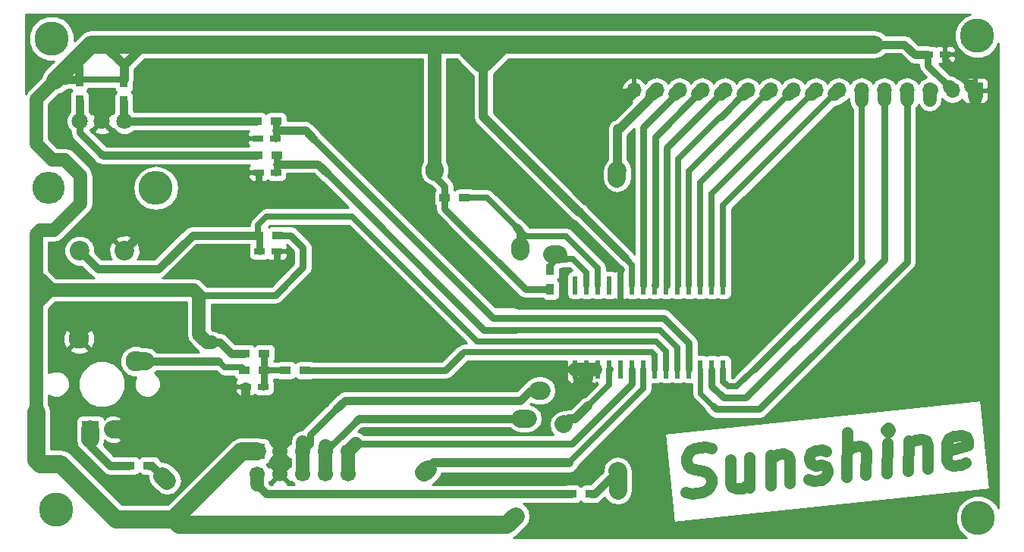
<source format=gbr>
G04 #@! TF.FileFunction,Copper,L1,Top,Signal*
%FSLAX46Y46*%
G04 Gerber Fmt 4.6, Leading zero omitted, Abs format (unit mm)*
G04 Created by KiCad (PCBNEW 4.0.4-stable) date 03/03/17 12:38:54*
%MOMM*%
%LPD*%
G01*
G04 APERTURE LIST*
%ADD10C,0.100000*%
%ADD11C,1.250000*%
%ADD12O,3.600000X3.600000*%
%ADD13O,3.800000X3.800000*%
%ADD14C,2.200000*%
%ADD15C,1.800000*%
%ADD16R,1.700000X1.700000*%
%ADD17C,1.700000*%
%ADD18R,1.200000X0.750000*%
%ADD19C,2.286000*%
%ADD20R,0.600000X2.000000*%
%ADD21R,0.900000X1.200000*%
%ADD22R,1.200000X0.900000*%
%ADD23C,1.905000*%
%ADD24R,1.905000X1.905000*%
%ADD25C,3.800000*%
%ADD26O,1.700000X1.700000*%
%ADD27C,1.200000*%
%ADD28C,0.800000*%
%ADD29C,1.500000*%
%ADD30C,2.000000*%
%ADD31C,1.000000*%
%ADD32C,0.900000*%
%ADD33C,0.700000*%
%ADD34C,0.600000*%
%ADD35C,0.254000*%
G04 APERTURE END LIST*
D10*
D11*
X74383358Y5830799D02*
X75089020Y5665561D01*
X76272974Y5790000D01*
X76751267Y6079677D01*
X76992770Y6344467D01*
X77238983Y6849158D01*
X77248405Y7328962D01*
X77021036Y7783878D01*
X76788956Y7998892D01*
X76320086Y8189019D01*
X75377633Y8329370D01*
X74908762Y8519496D01*
X74676683Y8734510D01*
X74449314Y9189427D01*
X74458736Y9669230D01*
X74704949Y10173922D01*
X74946451Y10438711D01*
X75424745Y10728388D01*
X76608699Y10852827D01*
X77314361Y10687589D01*
X81548331Y9696157D02*
X81482375Y6337530D01*
X79417213Y9472167D02*
X79365390Y6833246D01*
X79592758Y6378329D01*
X80061630Y6188203D01*
X80772003Y6262866D01*
X81250295Y6552544D01*
X81491797Y6817334D01*
X83916241Y9945034D02*
X83850285Y6586407D01*
X83906818Y9465230D02*
X84148320Y9730019D01*
X84626614Y10019697D01*
X85336987Y10094361D01*
X85805857Y9904233D01*
X86033225Y9449318D01*
X85981403Y6810396D01*
X88117233Y7274288D02*
X88586103Y7084162D01*
X89533267Y7183712D01*
X90011561Y7473390D01*
X90257774Y7978082D01*
X90262485Y8217983D01*
X90035116Y8672900D01*
X89566245Y8863026D01*
X88855873Y8788363D01*
X88387001Y8978489D01*
X88159633Y9433406D01*
X88164344Y9673307D01*
X88410558Y10177998D01*
X88888851Y10467677D01*
X89599223Y10542340D01*
X90068094Y10352213D01*
X92374758Y7482365D02*
X92473692Y12520305D01*
X94505877Y7706355D02*
X94557699Y10345276D01*
X94330331Y10800192D01*
X93861461Y10990319D01*
X93151088Y10915656D01*
X92672794Y10625977D01*
X92431292Y10361188D01*
X96873786Y7955232D02*
X96939743Y11313859D01*
X96972720Y12993172D02*
X96731218Y12728383D01*
X96963298Y12513369D01*
X97204800Y12778158D01*
X96972720Y12993172D01*
X96963298Y12513369D01*
X99307652Y11562737D02*
X99241695Y8204109D01*
X99298229Y11082932D02*
X99539731Y11347722D01*
X100018025Y11637400D01*
X100728398Y11712063D01*
X101197268Y11521936D01*
X101424636Y11067020D01*
X101372814Y8428099D01*
X105639762Y9115980D02*
X105161470Y8826303D01*
X104214306Y8726752D01*
X103745435Y8916878D01*
X103518066Y9371795D01*
X103555755Y11291010D01*
X103801968Y11795701D01*
X104280262Y12085379D01*
X105227426Y12184930D01*
X105696296Y11994803D01*
X105923664Y11539887D01*
X105914242Y11060083D01*
X103536910Y10331402D01*
D12*
X3245600Y39801800D03*
D13*
X15245600Y39801800D03*
D14*
X6745600Y32801800D03*
X11745600Y32801800D03*
D15*
X9245600Y47301800D03*
X6745600Y47301800D03*
X11745600Y47301800D03*
D16*
X26568400Y10363200D03*
D17*
X26568400Y7823200D03*
X29108400Y10363200D03*
X29108400Y7823200D03*
X31648400Y10363200D03*
X31648400Y7823200D03*
X34188400Y10363200D03*
X34188400Y7823200D03*
X36728400Y10363200D03*
X36728400Y7823200D03*
D18*
X101437400Y54762400D03*
X103337400Y54762400D03*
D19*
X6680200Y22961600D03*
X13030200Y20421600D03*
D20*
X78587600Y28957000D03*
X77317600Y28957000D03*
X76047600Y28957000D03*
X74777600Y28957000D03*
X73507600Y28957000D03*
X72237600Y28957000D03*
X70967600Y28957000D03*
X69697600Y28957000D03*
X68427600Y28957000D03*
X67157600Y28957000D03*
X65887600Y28957000D03*
X64617600Y28957000D03*
X63347600Y28957000D03*
X62077600Y28957000D03*
X62077600Y19557000D03*
X63347600Y19557000D03*
X64617600Y19557000D03*
X65887600Y19557000D03*
X67157600Y19557000D03*
X68427600Y19557000D03*
X69697600Y19557000D03*
X70967600Y19557000D03*
X72237600Y19557000D03*
X73507600Y19557000D03*
X74777600Y19557000D03*
X76047600Y19557000D03*
X77317600Y19557000D03*
X78587600Y19557000D03*
D21*
X6725600Y51793000D03*
X6725600Y49593000D03*
D22*
X28752800Y43437200D03*
X26552800Y43437200D03*
D21*
X11685600Y49473000D03*
X11685600Y51673000D03*
D22*
X28665800Y47278600D03*
X26465800Y47278600D03*
X28887600Y34544000D03*
X26687600Y34544000D03*
X47515600Y38735000D03*
X49715600Y38735000D03*
D21*
X59283600Y28491000D03*
X59283600Y30691000D03*
D18*
X26753600Y41557600D03*
X28653600Y41557600D03*
X26675600Y45373000D03*
X28575600Y45373000D03*
X26837600Y32740600D03*
X28737600Y32740600D03*
X27223800Y17602200D03*
X25323800Y17602200D03*
D23*
X10490200Y12827000D03*
D24*
X7950200Y12827000D03*
D22*
X27363600Y19431000D03*
X25163600Y19431000D03*
X12285800Y8788400D03*
X14485800Y8788400D03*
X25163600Y21310600D03*
X27363600Y21310600D03*
X29735600Y19431000D03*
X31935600Y19431000D03*
D25*
X3581400Y56540400D03*
X106908600Y56845200D03*
X107035600Y2921000D03*
X4114800Y3860800D03*
D16*
X106714919Y50751599D03*
D26*
X104174919Y50751599D03*
X101634919Y50751599D03*
X99094919Y50751599D03*
X96554919Y50751599D03*
X94014919Y50751599D03*
X91474919Y50751599D03*
X88934919Y50751599D03*
X86394919Y50751599D03*
X83854919Y50751599D03*
X81314919Y50751599D03*
X78774919Y50751599D03*
X76234919Y50751599D03*
X73694919Y50751599D03*
X71154919Y50751599D03*
X68614919Y50751599D03*
D22*
X61605600Y5603000D03*
X63805600Y5603000D03*
D27*
X55422800Y3124200D03*
X60782200Y13385800D03*
X55981600Y32766000D03*
X55981600Y14046200D03*
X59512200Y32359600D03*
X57886600Y17170400D03*
X65705600Y1903000D03*
X65705600Y1903000D03*
X14986000Y51181000D03*
X30759400Y24633000D03*
X105892600Y44297600D03*
X82727800Y25984200D03*
X60858400Y46761400D03*
X50876200Y42164000D03*
X22758400Y31140400D03*
X39522400Y46228000D03*
X30759400Y15240000D03*
X20650200Y13995400D03*
X26678281Y13995400D03*
X9271000Y49606200D03*
X61341000Y16967200D03*
X66725800Y40894000D03*
X66802000Y8204200D03*
X16510000Y7086600D03*
X45161200Y7975600D03*
D28*
X103841463Y51085055D02*
X101437400Y53489118D01*
D29*
X104174919Y50751599D02*
X103841463Y51085055D01*
X1933699Y30053000D02*
X1933699Y34699699D01*
X1930400Y49758600D02*
X4038600Y51866800D01*
X1933699Y34699699D02*
X2362200Y35128200D01*
X5080000Y42976800D02*
X3733800Y42976800D01*
X2362200Y35128200D02*
X3886200Y35128200D01*
X3886200Y35128200D02*
X6858000Y38100000D01*
X6858000Y38100000D02*
X6858000Y41198800D01*
X6858000Y41198800D02*
X5080000Y42976800D01*
X3733800Y42976800D02*
X1930400Y44780200D01*
X1930400Y44780200D02*
X1930400Y49758600D01*
X1933699Y26883000D02*
X1933699Y30053000D01*
X3447899Y28397200D02*
X3447899Y28538800D01*
X3447899Y28538800D02*
X1933699Y30053000D01*
X1933699Y14779501D02*
X1933699Y26883000D01*
X19481800Y28397200D02*
X3447899Y28397200D01*
X3447899Y28397200D02*
X1933699Y26883000D01*
D30*
X54457600Y2159000D02*
X17865402Y2159000D01*
X17865402Y2159000D02*
X17230402Y2794000D01*
X55422800Y3124200D02*
X54457600Y2159000D01*
X15519400Y55880000D02*
X9398000Y55880000D01*
X9398000Y55880000D02*
X8051800Y55880000D01*
D31*
X11709400Y51925400D02*
X11709400Y53525400D01*
X11709400Y53525400D02*
X9398000Y55836800D01*
X9398000Y55836800D02*
X9398000Y55880000D01*
D30*
X21945600Y55880000D02*
X15519400Y55880000D01*
D31*
X11709400Y53525400D02*
X14064000Y55880000D01*
X14064000Y55880000D02*
X15519400Y55880000D01*
X60782200Y13385800D02*
X61382199Y13985799D01*
X62016399Y13985799D02*
X63448400Y15417800D01*
X61382199Y13985799D02*
X62016399Y13985799D01*
D30*
X60782200Y13385800D02*
X60807600Y13385800D01*
D32*
X101437400Y54762400D02*
X99937400Y54762400D01*
X99937400Y54762400D02*
X98819800Y55880000D01*
X98819800Y55880000D02*
X95504000Y55880000D01*
X25163600Y21310600D02*
X23663600Y21310600D01*
X23663600Y21310600D02*
X22413600Y22560600D01*
X22413600Y22560600D02*
X21483000Y22560600D01*
D31*
X51807110Y47765092D02*
X51807110Y53534310D01*
X62437402Y37134800D02*
X51807110Y47765092D01*
X62509400Y37134800D02*
X62437402Y37134800D01*
D33*
X65887600Y19557000D02*
X65887600Y17857000D01*
X65887600Y17857000D02*
X63448400Y15417800D01*
X65887600Y19557000D02*
X66007599Y19557000D01*
D30*
X5664200Y53492400D02*
X4038600Y51866800D01*
D32*
X6629400Y51925400D02*
X5279400Y51925400D01*
X5279400Y51925400D02*
X5220800Y51866800D01*
X5220800Y51866800D02*
X4038600Y51866800D01*
D30*
X8051800Y55880000D02*
X5664200Y53492400D01*
D32*
X6629400Y51925400D02*
X6629400Y53425400D01*
X6629400Y53425400D02*
X6562400Y53492400D01*
X6562400Y53492400D02*
X5664200Y53492400D01*
D28*
X47515600Y37485000D02*
X47515600Y38735000D01*
X56509600Y28491000D02*
X47515600Y37485000D01*
X59283600Y28491000D02*
X56509600Y28491000D01*
D30*
X17230402Y2794000D02*
X16149200Y2794000D01*
X24799602Y10363200D02*
X17230402Y2794000D01*
X26568400Y10363200D02*
X24799602Y10363200D01*
D28*
X31673800Y30911800D02*
X28575000Y27813000D01*
X28575000Y27813000D02*
X20066000Y27813000D01*
X31673800Y33157800D02*
X31673800Y30911800D01*
X28887600Y34544000D02*
X30287600Y34544000D01*
X30287600Y34544000D02*
X31673800Y33157800D01*
D33*
X6629400Y51925400D02*
X11709400Y51925400D01*
D29*
X20066000Y27813000D02*
X19481800Y28397200D01*
X20066000Y23444200D02*
X20066000Y27813000D01*
X20949600Y22560600D02*
X20066000Y23444200D01*
X21483000Y22560600D02*
X20949600Y22560600D01*
D30*
X2336800Y8966200D02*
X1933699Y9369301D01*
X1933699Y9369301D02*
X1933699Y14779501D01*
X4648200Y8966200D02*
X2336800Y8966200D01*
X10820400Y2794000D02*
X4648200Y8966200D01*
X16149200Y2794000D02*
X10820400Y2794000D01*
D28*
X6629400Y51925400D02*
X6629400Y52075400D01*
X6629400Y52075400D02*
X6604000Y52100800D01*
D30*
X21945600Y55880000D02*
X23317200Y55880000D01*
X23317200Y55880000D02*
X27025600Y55880000D01*
D28*
X101437400Y53489118D02*
X101437400Y54762400D01*
D30*
X51968400Y55880000D02*
X54000400Y55880000D01*
X54000400Y55880000D02*
X95504000Y55880000D01*
X51712023Y53629397D02*
X51749797Y53629397D01*
X51749797Y53629397D02*
X54000400Y55880000D01*
X50139600Y55880000D02*
X51968400Y55880000D01*
D29*
X51892200Y53796230D02*
X51712023Y53629397D01*
D28*
X51968400Y53872430D02*
X51892200Y53796230D01*
D30*
X48920181Y55880000D02*
X50139600Y55880000D01*
X50139600Y55880000D02*
X50139600Y55201820D01*
D29*
X51712023Y53629397D02*
X51807110Y53534310D01*
D30*
X50139600Y55201820D02*
X51712023Y53629397D01*
X54152800Y55880000D02*
X48920181Y55880000D01*
X48514000Y55880000D02*
X48920181Y55880000D01*
D29*
X46380400Y41656000D02*
X46380400Y55880000D01*
D31*
X46380400Y41935400D02*
X46380400Y41120200D01*
D30*
X46380400Y41656000D02*
X46380400Y41935400D01*
D33*
X67614800Y32029400D02*
X67622771Y32029400D01*
X67622771Y32029400D02*
X68427600Y31224571D01*
D32*
X62509400Y37134800D02*
X67614800Y32029400D01*
D30*
X27025600Y55880000D02*
X46380400Y55880000D01*
X46380400Y55880000D02*
X48514000Y55880000D01*
D28*
X47515600Y38735000D02*
X47515600Y39985000D01*
X47515600Y39985000D02*
X46380400Y41120200D01*
D33*
X68427600Y30657000D02*
X68427600Y28957000D01*
X68427600Y31224571D02*
X68427600Y30657000D01*
D32*
X6745600Y47301800D02*
X6745600Y49573000D01*
X6745600Y49573000D02*
X6725600Y49593000D01*
X9131608Y43643000D02*
X9337408Y43437200D01*
X9337408Y43437200D02*
X26552800Y43437200D01*
D28*
X6745600Y47301800D02*
X6745600Y46029008D01*
X6745600Y46029008D02*
X9131608Y43643000D01*
X55397400Y23926800D02*
X51892200Y23926800D01*
X51892200Y23926800D02*
X51651980Y24167020D01*
D32*
X28752800Y42493000D02*
X33326000Y42493000D01*
X33326000Y42493000D02*
X34396000Y41423000D01*
D33*
X73507600Y21257000D02*
X73507600Y19557000D01*
X73507600Y21971144D02*
X73507600Y21257000D01*
X71551944Y23926800D02*
X73507600Y21971144D01*
D28*
X28752800Y42493000D02*
X28752800Y41656800D01*
X34396000Y41423000D02*
X51651980Y24167020D01*
X28752800Y43437200D02*
X28752800Y42493000D01*
D33*
X55397400Y23926800D02*
X71551944Y23926800D01*
D28*
X28752800Y41656800D02*
X28653600Y41557600D01*
D33*
X28856800Y43333200D02*
X28752800Y43437200D01*
D32*
X11745600Y47301800D02*
X26442600Y47301800D01*
X26442600Y47301800D02*
X26465800Y47278600D01*
X11745600Y47301800D02*
X20776800Y47301800D01*
X11685600Y49473000D02*
X11685600Y47361800D01*
X11685600Y47361800D02*
X11745600Y47301800D01*
D31*
X11695600Y47351800D02*
X11745600Y47301800D01*
D28*
X74777600Y19557000D02*
X74777600Y22468926D01*
X74777600Y22468926D02*
X71948126Y25298400D01*
X71948126Y25298400D02*
X52916800Y25298400D01*
X52916800Y25298400D02*
X52748169Y25467031D01*
X52748169Y25467031D02*
X32925600Y45289600D01*
D32*
X28665800Y46253000D02*
X31962200Y46253000D01*
X31962200Y46253000D02*
X32925600Y45289600D01*
D28*
X28665800Y46253000D02*
X28665800Y45463200D01*
X28665800Y47278600D02*
X28665800Y46253000D01*
X28665800Y45463200D02*
X28575600Y45373000D01*
D32*
X19329400Y34544000D02*
X26687600Y34544000D01*
X6745600Y32801800D02*
X8795601Y30751799D01*
X8795601Y30751799D02*
X15537199Y30751799D01*
X15537199Y30751799D02*
X19329400Y34544000D01*
D33*
X71118662Y22663011D02*
X51149389Y22663011D01*
X37185600Y36626800D02*
X27620400Y36626800D01*
X27620400Y36626800D02*
X26687600Y35694000D01*
X51149389Y22663011D02*
X37185600Y36626800D01*
X26687600Y35694000D02*
X26687600Y34544000D01*
X72237600Y21544073D02*
X71118662Y22663011D01*
X72237600Y19557000D02*
X72237600Y21544073D01*
D28*
X19329400Y34544000D02*
X17587200Y32801800D01*
X26837600Y32740600D02*
X26837600Y34394000D01*
X26837600Y34394000D02*
X26687600Y34544000D01*
D29*
X34188400Y10363200D02*
X34188400Y11005800D01*
X34188400Y10363200D02*
X34188400Y7823200D01*
D32*
X55981600Y14046200D02*
X37871400Y14046200D01*
X37871400Y14046200D02*
X37617400Y13792200D01*
D28*
X34188400Y10363200D02*
X36779200Y12954000D01*
X36779200Y12954000D02*
X37617400Y13792200D01*
D32*
X55981600Y32766000D02*
X55981600Y34961002D01*
X55981600Y34961002D02*
X55524400Y35418202D01*
D30*
X55981600Y33324800D02*
X55981600Y32766000D01*
D33*
X55524400Y35418202D02*
X52207602Y38735000D01*
X56525602Y34417000D02*
X55524400Y35418202D01*
D30*
X56769000Y14046200D02*
X55981600Y14046200D01*
D33*
X64617600Y28957000D02*
X64617600Y30861000D01*
X64617600Y30861000D02*
X61061600Y34417000D01*
X61061600Y34417000D02*
X56525602Y34417000D01*
X52207602Y38735000D02*
X51015600Y38735000D01*
X51015600Y38735000D02*
X49715600Y38735000D01*
D29*
X31648400Y10363200D02*
X31648400Y11415800D01*
X31648400Y10363200D02*
X31648400Y7823200D01*
D28*
X32498399Y12229199D02*
X35407600Y15138400D01*
X32498399Y11213199D02*
X32498399Y12229199D01*
X31648400Y10363200D02*
X32498399Y11213199D01*
D32*
X55945872Y16078200D02*
X36347400Y16078200D01*
X36347400Y16078200D02*
X35407600Y15138400D01*
X57886600Y17170400D02*
X57038072Y17170400D01*
X57038072Y17170400D02*
X55945872Y16078200D01*
D30*
X60198000Y32359600D02*
X59512200Y32359600D01*
D28*
X60680600Y31877000D02*
X60198000Y32359600D01*
D33*
X61061600Y31877000D02*
X60045600Y31877000D01*
X61823600Y31877000D02*
X61061600Y31877000D01*
D28*
X61061600Y31877000D02*
X60680600Y31877000D01*
D30*
X58318400Y17170400D02*
X57886600Y17170400D01*
D33*
X60045600Y31877000D02*
X59283600Y31115000D01*
X59283600Y31115000D02*
X59283600Y30691000D01*
X63347600Y30353000D02*
X63347600Y28957000D01*
X61823600Y31877000D02*
X63347600Y30353000D01*
D28*
X23745400Y36474400D02*
X26753600Y39482600D01*
X26753600Y39482600D02*
X26753600Y41557600D01*
D29*
X29108400Y10363200D02*
X29108400Y11565281D01*
X63347600Y19557000D02*
X63347600Y18516600D01*
X63347600Y18516600D02*
X61798200Y16967200D01*
X62077600Y19557000D02*
X64287590Y19557000D01*
D32*
X106714919Y47675800D02*
X106714919Y49843000D01*
D29*
X106714919Y50751599D02*
X106714919Y49843000D01*
D28*
X103337400Y54129118D02*
X106274920Y51191598D01*
D29*
X106714919Y50751599D02*
X106274920Y51191598D01*
X68614919Y50751599D02*
X67986320Y50123000D01*
D30*
X60858400Y46761400D02*
X60858400Y46725800D01*
X60858400Y46725800D02*
X60445600Y46313000D01*
X50876200Y42164000D02*
X51485600Y42164000D01*
X82727800Y25984200D02*
X82727800Y26304072D01*
X82727800Y26304072D02*
X82361872Y26670000D01*
X65705600Y1903000D02*
X65195600Y1903000D01*
X65195600Y1903000D02*
X65105600Y1813000D01*
X30759400Y15240000D02*
X30114799Y14595399D01*
X26678281Y13995400D02*
X27268000Y13995400D01*
X27268000Y13995400D02*
X27285600Y14013000D01*
X20650200Y13995400D02*
X20650200Y14547600D01*
X20650200Y14547600D02*
X20695600Y14593000D01*
X10490200Y12827000D02*
X11471600Y12827000D01*
X11471600Y12827000D02*
X11475600Y12823000D01*
X6680200Y22961600D02*
X6680200Y24107600D01*
X6680200Y24107600D02*
X6705600Y24133000D01*
X22758400Y31140400D02*
X23375600Y31140400D01*
X39522400Y46228000D02*
X39522400Y47076528D01*
X14986000Y51181000D02*
X15585600Y51181000D01*
D31*
X23745400Y36474400D02*
X15418200Y36474400D01*
X15418200Y36474400D02*
X11745600Y32801800D01*
D30*
X9271000Y49606200D02*
X9271000Y48599992D01*
X9271000Y48599992D02*
X9245600Y48574592D01*
D29*
X29108400Y10363200D02*
X29108400Y7823200D01*
D28*
X105892600Y44297600D02*
X105892600Y46853481D01*
X105892600Y46853481D02*
X106714919Y47675800D01*
X103337400Y54762400D02*
X103337400Y54129118D01*
X35417928Y51181000D02*
X14986000Y51181000D01*
X39522400Y47076528D02*
X35417928Y51181000D01*
X28092400Y30920400D02*
X27872400Y31140400D01*
X27872400Y31140400D02*
X22758400Y31140400D01*
X28737600Y32740600D02*
X28737600Y31565600D01*
X28737600Y31565600D02*
X28092400Y30920400D01*
D31*
X82361872Y26670000D02*
X81711800Y26670000D01*
X81711800Y26670000D02*
X76784200Y26670000D01*
D33*
X60858400Y46761400D02*
X64624720Y46761400D01*
X64624720Y46761400D02*
X68614919Y50751599D01*
X62020919Y35784791D02*
X67157600Y30648110D01*
X67157600Y30648110D02*
X67157600Y28957000D01*
X50876200Y42164000D02*
X55499000Y42164000D01*
X55499000Y42164000D02*
X61878209Y35784791D01*
X61878209Y35784791D02*
X62020919Y35784791D01*
X26678281Y13995400D02*
X27278280Y14595399D01*
X27278280Y14595399D02*
X30114799Y14595399D01*
X26678281Y13995400D02*
X20650200Y13995400D01*
D31*
X26678281Y13995400D02*
X25323800Y15349881D01*
D33*
X29108400Y11565281D02*
X26678281Y13995400D01*
X9245600Y47301800D02*
X9245600Y48574592D01*
X77241400Y26670000D02*
X76784200Y26670000D01*
X76784200Y26670000D02*
X67744600Y26670000D01*
X67744600Y26670000D02*
X67157600Y27257000D01*
X67157600Y27257000D02*
X67157600Y28957000D01*
D30*
X61798200Y16967200D02*
X61341000Y16967200D01*
D31*
X25323800Y15349881D02*
X25323800Y16227200D01*
X25323800Y16227200D02*
X25323800Y17602200D01*
D33*
X64617600Y19557000D02*
X63347600Y19557000D01*
X62077600Y19557000D02*
X63347600Y19557000D01*
D28*
X25323800Y17602200D02*
X25098800Y17602200D01*
X99094919Y49633000D02*
X99094919Y31530919D01*
D29*
X99094919Y50751599D02*
X99094919Y49633000D01*
D28*
X77784822Y15077578D02*
X77444600Y15417800D01*
X82641578Y15077578D02*
X77784822Y15077578D01*
X99094919Y31530919D02*
X82641578Y15077578D01*
D34*
X77444600Y15417800D02*
X76047600Y16814800D01*
X76047600Y16814800D02*
X76047600Y19557000D01*
D28*
X96554919Y49633000D02*
X96554919Y31820537D01*
D29*
X96554919Y50751599D02*
X96554919Y49633000D01*
D28*
X77287590Y17693228D02*
X77287590Y19557000D01*
X78603229Y16377589D02*
X77287590Y17693228D01*
X81111971Y16377589D02*
X78603229Y16377589D01*
X96554919Y31820537D02*
X81111971Y16377589D01*
D33*
X94014919Y31734119D02*
X94014919Y49743000D01*
D29*
X94014919Y50751599D02*
X94014919Y49549518D01*
X94014919Y49549518D02*
X94014919Y49743000D01*
D33*
X79121000Y17627600D02*
X80060800Y17627600D01*
X80060800Y17627600D02*
X81990200Y19557000D01*
X78587600Y18161000D02*
X79121000Y17627600D01*
X78587600Y19557000D02*
X78587600Y18161000D01*
D28*
X94014919Y31581719D02*
X81990200Y19557000D01*
X94014919Y31734119D02*
X94014919Y31581719D01*
D33*
X78587600Y37864280D02*
X91034920Y50311600D01*
D29*
X91474919Y50751599D02*
X91034920Y50311600D01*
D33*
X78587600Y28957000D02*
X78587600Y37864280D01*
X77317600Y39134280D02*
X88494920Y50311600D01*
D29*
X88934919Y50751599D02*
X88494920Y50311600D01*
D33*
X77317600Y28957000D02*
X77317600Y39134280D01*
D34*
X88714919Y50420597D02*
X88714919Y50751599D01*
D33*
X76047600Y40404280D02*
X85954920Y50311600D01*
D29*
X86394919Y50751599D02*
X85954920Y50311600D01*
D33*
X76047600Y28957000D02*
X76047600Y40404280D01*
X74777600Y41674280D02*
X83414920Y50311600D01*
D29*
X83854919Y50751599D02*
X83414920Y50311600D01*
D33*
X74777600Y28957000D02*
X74777600Y41674280D01*
D28*
X80874920Y50311600D02*
X78264907Y47701587D01*
D29*
X81314919Y50751599D02*
X80874920Y50311600D01*
D33*
X78232387Y47701587D02*
X73547630Y43016830D01*
X73547630Y43016830D02*
X73547630Y28957000D01*
D28*
X78264907Y47701587D02*
X78232387Y47701587D01*
D29*
X78774919Y50751599D02*
X78334920Y50311600D01*
D28*
X77867000Y49901600D02*
X72297620Y44332220D01*
X72297620Y44332220D02*
X72297620Y28957000D01*
X78774919Y50751599D02*
X77924920Y49901600D01*
X77924920Y49901600D02*
X77867000Y49901600D01*
D29*
X76234919Y50751599D02*
X76202399Y50751599D01*
X76202399Y50751599D02*
X75794920Y50344120D01*
D28*
X75352400Y49901600D02*
X70997610Y45546810D01*
X70997610Y45546810D02*
X70997610Y28957000D01*
X76234919Y50751599D02*
X75384920Y49901600D01*
X75384920Y49901600D02*
X75352400Y49901600D01*
D33*
X70977622Y28967022D02*
X70967600Y28957000D01*
D29*
X73694919Y50751599D02*
X73254920Y50311600D01*
D28*
X69697600Y30757000D02*
X69697600Y28957000D01*
X69697600Y46650108D02*
X69697600Y30757000D01*
X72844920Y49797428D02*
X69697600Y46650108D01*
X72844920Y49901600D02*
X72844920Y49797428D01*
X73694919Y50751599D02*
X72844920Y49901600D01*
D29*
X36728400Y10363200D02*
X37578399Y11213199D01*
X36728400Y10363200D02*
X36728400Y7823200D01*
D28*
X68427600Y17906998D02*
X61733801Y11213199D01*
X61733801Y11213199D02*
X37578399Y11213199D01*
X68427600Y19557000D02*
X68427600Y17906998D01*
D33*
X68427600Y19557000D02*
X68396789Y19526189D01*
D28*
X27363600Y19431000D02*
X27363600Y17742000D01*
X27363600Y17742000D02*
X27223800Y17602200D01*
X27363600Y21310600D02*
X27363600Y19431000D01*
D33*
X29735600Y19431000D02*
X27363600Y19431000D01*
D30*
X7950200Y12827000D02*
X7950200Y11713000D01*
D32*
X7950200Y12827000D02*
X7950200Y10974500D01*
X7950200Y10974500D02*
X10136300Y8788400D01*
X10136300Y8788400D02*
X10785800Y8788400D01*
X10785800Y8788400D02*
X12285800Y8788400D01*
D28*
X7942400Y12819200D02*
X7950200Y12827000D01*
D32*
X63805600Y5603000D02*
X64200800Y5603000D01*
X64200800Y5603000D02*
X66802000Y8204200D01*
D29*
X71154919Y50751599D02*
X70714920Y50311600D01*
D31*
X66776600Y46405800D02*
X67007122Y46405800D01*
X67007122Y46405800D02*
X70304920Y49703598D01*
X70304920Y49703598D02*
X70304920Y49901600D01*
X70304920Y49901600D02*
X71154919Y50751599D01*
X66776600Y41793328D02*
X66776600Y46405800D01*
D30*
X66725800Y40894000D02*
X66725800Y41742528D01*
X66725800Y41742528D02*
X66776600Y41793328D01*
X66827400Y5959800D02*
X66827400Y8178800D01*
X66827400Y8178800D02*
X66802000Y8204200D01*
X13030200Y20421600D02*
X14145600Y20421600D01*
D32*
X22275800Y20447000D02*
X22250400Y20421600D01*
X22250400Y20421600D02*
X13030200Y20421600D01*
D33*
X25163600Y19431000D02*
X24833400Y19761200D01*
X24833400Y19761200D02*
X22961600Y19761200D01*
X22961600Y19761200D02*
X22275800Y20447000D01*
D31*
X61356184Y9067800D02*
X46253400Y9067800D01*
X46253400Y9067800D02*
X45161200Y7975600D01*
D30*
X45161200Y7975600D02*
X45212000Y7975600D01*
X45212000Y7975600D02*
X45618400Y8382000D01*
D32*
X14808200Y8788400D02*
X15976600Y7620000D01*
D30*
X16510000Y7086600D02*
X15976600Y7620000D01*
D32*
X14485800Y8788400D02*
X14808200Y8788400D01*
D33*
X69697600Y19557000D02*
X69697600Y17409216D01*
X69697600Y17409216D02*
X61356184Y9067800D01*
X49530000Y21310600D02*
X49682400Y21463000D01*
X70967600Y21117002D02*
X70967600Y19557000D01*
X49453800Y21310600D02*
X49530000Y21310600D01*
X49682400Y21463000D02*
X70621602Y21463000D01*
X70621602Y21463000D02*
X70967600Y21117002D01*
D28*
X47574200Y19431000D02*
X49453800Y21310600D01*
X31935600Y19431000D02*
X47574200Y19431000D01*
D29*
X101634919Y50751599D02*
X101634919Y49692319D01*
X101634919Y50751599D02*
X101841453Y50751599D01*
D32*
X101381600Y51004918D02*
X101634919Y50751599D01*
D29*
X26568400Y7823200D02*
X26568400Y6621119D01*
D32*
X59909400Y5591800D02*
X59920600Y5603000D01*
X59920600Y5603000D02*
X61605600Y5603000D01*
X27597719Y5591800D02*
X59909400Y5591800D01*
X26568400Y6621119D02*
X27597719Y5591800D01*
D35*
G36*
X105474514Y58995522D02*
X104760784Y58283037D01*
X104374041Y57351655D01*
X104373161Y56343169D01*
X104758278Y55411114D01*
X105470763Y54697384D01*
X106402145Y54310641D01*
X107410631Y54309761D01*
X108342686Y54694878D01*
X109056416Y55407363D01*
X109322800Y56048888D01*
X109322800Y4023816D01*
X109185922Y4355086D01*
X108473437Y5068816D01*
X107542055Y5455559D01*
X106533569Y5456439D01*
X105601514Y5071322D01*
X104887784Y4358837D01*
X104501041Y3427455D01*
X104500161Y2418969D01*
X104885278Y1486914D01*
X105597763Y773184D01*
X105749927Y710000D01*
X55175394Y710000D01*
X55613720Y1002880D01*
X56578920Y1968080D01*
X56933343Y2498512D01*
X57057801Y3124200D01*
X56933343Y3749888D01*
X56578920Y4280320D01*
X56239968Y4506800D01*
X59909400Y4506800D01*
X59965706Y4518000D01*
X60944169Y4518000D01*
X61005600Y4505560D01*
X62205600Y4505560D01*
X62440917Y4549838D01*
X62657041Y4688910D01*
X62704734Y4758711D01*
X62741510Y4701559D01*
X62953710Y4556569D01*
X63205600Y4505560D01*
X64405600Y4505560D01*
X64640917Y4549838D01*
X64857041Y4688910D01*
X64948484Y4822742D01*
X64968011Y4835789D01*
X65376729Y5244507D01*
X65671280Y4803680D01*
X66201713Y4449257D01*
X66827400Y4324800D01*
X67453087Y4449257D01*
X67983520Y4803680D01*
X68337943Y5334113D01*
X68462400Y5959800D01*
X68462400Y8178795D01*
X68462401Y8178800D01*
X68337943Y8804488D01*
X67983520Y9334920D01*
X67958120Y9360320D01*
X67427688Y9714743D01*
X66802000Y9839201D01*
X66176312Y9714743D01*
X65645880Y9360320D01*
X65291457Y8829888D01*
X65166999Y8204200D01*
X65183686Y8120308D01*
X63763818Y6700440D01*
X63205600Y6700440D01*
X62970283Y6656162D01*
X62754159Y6517090D01*
X62706466Y6447289D01*
X62669690Y6504441D01*
X62457490Y6649431D01*
X62205600Y6700440D01*
X61005600Y6700440D01*
X60939487Y6688000D01*
X59920600Y6688000D01*
X59864294Y6676800D01*
X46154584Y6676800D01*
X46368120Y6819480D01*
X46774519Y7225880D01*
X47128942Y7756312D01*
X47164048Y7932800D01*
X61356184Y7932800D01*
X61790530Y8019197D01*
X62158750Y8265234D01*
X62404787Y8633454D01*
X62427122Y8745738D01*
X66086683Y12405299D01*
X72036374Y12405299D01*
X73083749Y2440189D01*
X108355890Y6147441D01*
X107308515Y16112550D01*
X72036374Y12405299D01*
X66086683Y12405299D01*
X70394100Y16712716D01*
X70607621Y17032273D01*
X70682600Y17409216D01*
X70682600Y17909560D01*
X71267600Y17909560D01*
X71502917Y17953838D01*
X71602128Y18017678D01*
X71685710Y17960569D01*
X71937600Y17909560D01*
X72537600Y17909560D01*
X72772917Y17953838D01*
X72872128Y18017678D01*
X72955710Y17960569D01*
X73207600Y17909560D01*
X73807600Y17909560D01*
X74042917Y17953838D01*
X74142128Y18017678D01*
X74225710Y17960569D01*
X74477600Y17909560D01*
X75077600Y17909560D01*
X75112600Y17916146D01*
X75112600Y16814800D01*
X75183773Y16456991D01*
X75386455Y16153655D01*
X76480935Y15059175D01*
X76488385Y15021723D01*
X76712744Y14685944D01*
X77052964Y14345725D01*
X77052966Y14345722D01*
X77288599Y14188278D01*
X77388745Y14121363D01*
X77784822Y14042577D01*
X77784827Y14042578D01*
X82641573Y14042578D01*
X82641578Y14042577D01*
X83037655Y14121363D01*
X83373434Y14345722D01*
X99826775Y30799063D01*
X100051134Y31134842D01*
X100129920Y31530919D01*
X100129919Y31530924D01*
X100129919Y48736954D01*
X100374492Y49102983D01*
X100379192Y49126613D01*
X100655576Y48712976D01*
X101104902Y48412746D01*
X101634919Y48307319D01*
X102164936Y48412746D01*
X102614262Y48712976D01*
X102914492Y49162302D01*
X103019919Y49692319D01*
X103019919Y49829515D01*
X103124865Y49672452D01*
X103606634Y49350545D01*
X104174919Y49237506D01*
X104743204Y49350545D01*
X105224973Y49672452D01*
X105254322Y49716376D01*
X105326592Y49541901D01*
X105505220Y49363272D01*
X105738609Y49266599D01*
X106429169Y49266599D01*
X106587919Y49425349D01*
X106587919Y50624599D01*
X106841919Y50624599D01*
X106841919Y49425349D01*
X107000669Y49266599D01*
X107691229Y49266599D01*
X107924618Y49363272D01*
X108103246Y49541901D01*
X108199919Y49775290D01*
X108199919Y50465849D01*
X108041169Y50624599D01*
X106841919Y50624599D01*
X106587919Y50624599D01*
X106567919Y50624599D01*
X106567919Y50878599D01*
X106587919Y50878599D01*
X106587919Y52077849D01*
X106841919Y52077849D01*
X106841919Y50878599D01*
X108041169Y50878599D01*
X108199919Y51037349D01*
X108199919Y51727908D01*
X108103246Y51961297D01*
X107924618Y52139926D01*
X107691229Y52236599D01*
X107000669Y52236599D01*
X106841919Y52077849D01*
X106587919Y52077849D01*
X106429169Y52236599D01*
X105738609Y52236599D01*
X105505220Y52139926D01*
X105326592Y51961297D01*
X105254322Y51786822D01*
X105224973Y51830746D01*
X104743204Y52152653D01*
X104665629Y52168084D01*
X104371479Y52364628D01*
X103939719Y52450511D01*
X102637830Y53752400D01*
X103051650Y53752400D01*
X103210400Y53911150D01*
X103210400Y54635400D01*
X103464400Y54635400D01*
X103464400Y53911150D01*
X103623150Y53752400D01*
X104063709Y53752400D01*
X104297098Y53849073D01*
X104475727Y54027701D01*
X104572400Y54261090D01*
X104572400Y54476650D01*
X104413650Y54635400D01*
X103464400Y54635400D01*
X103210400Y54635400D01*
X103190400Y54635400D01*
X103190400Y54889400D01*
X103210400Y54889400D01*
X103210400Y55613650D01*
X103464400Y55613650D01*
X103464400Y54889400D01*
X104413650Y54889400D01*
X104572400Y55048150D01*
X104572400Y55263710D01*
X104475727Y55497099D01*
X104297098Y55675727D01*
X104063709Y55772400D01*
X103623150Y55772400D01*
X103464400Y55613650D01*
X103210400Y55613650D01*
X103051650Y55772400D01*
X102611091Y55772400D01*
X102377702Y55675727D01*
X102376332Y55674357D01*
X102289290Y55733831D01*
X102037400Y55784840D01*
X101751910Y55784840D01*
X101437400Y55847400D01*
X100386822Y55847400D01*
X99587011Y56647211D01*
X99303239Y56836821D01*
X99235012Y56882409D01*
X98819800Y56965000D01*
X96707641Y56965000D01*
X96660120Y57036120D01*
X96129687Y57390543D01*
X95504000Y57515000D01*
X8051800Y57515000D01*
X7426112Y57390543D01*
X7238224Y57265000D01*
X6895680Y57036120D01*
X6895678Y57036117D01*
X6116153Y56256593D01*
X6116839Y57042431D01*
X5731722Y57974486D01*
X5019237Y58688216D01*
X4087855Y59074959D01*
X3079369Y59075839D01*
X2147314Y58690722D01*
X1433584Y57978237D01*
X1046841Y57046855D01*
X1045961Y56038369D01*
X1431078Y55106314D01*
X2143563Y54392584D01*
X3074945Y54005841D01*
X3864712Y54005152D01*
X2882480Y53022920D01*
X2528057Y52492488D01*
X2483972Y52270858D01*
X951057Y50737943D01*
X710000Y50377176D01*
X710000Y59259400D01*
X106113148Y59259400D01*
X105474514Y58995522D01*
X105474514Y58995522D01*
G37*
X105474514Y58995522D02*
X104760784Y58283037D01*
X104374041Y57351655D01*
X104373161Y56343169D01*
X104758278Y55411114D01*
X105470763Y54697384D01*
X106402145Y54310641D01*
X107410631Y54309761D01*
X108342686Y54694878D01*
X109056416Y55407363D01*
X109322800Y56048888D01*
X109322800Y4023816D01*
X109185922Y4355086D01*
X108473437Y5068816D01*
X107542055Y5455559D01*
X106533569Y5456439D01*
X105601514Y5071322D01*
X104887784Y4358837D01*
X104501041Y3427455D01*
X104500161Y2418969D01*
X104885278Y1486914D01*
X105597763Y773184D01*
X105749927Y710000D01*
X55175394Y710000D01*
X55613720Y1002880D01*
X56578920Y1968080D01*
X56933343Y2498512D01*
X57057801Y3124200D01*
X56933343Y3749888D01*
X56578920Y4280320D01*
X56239968Y4506800D01*
X59909400Y4506800D01*
X59965706Y4518000D01*
X60944169Y4518000D01*
X61005600Y4505560D01*
X62205600Y4505560D01*
X62440917Y4549838D01*
X62657041Y4688910D01*
X62704734Y4758711D01*
X62741510Y4701559D01*
X62953710Y4556569D01*
X63205600Y4505560D01*
X64405600Y4505560D01*
X64640917Y4549838D01*
X64857041Y4688910D01*
X64948484Y4822742D01*
X64968011Y4835789D01*
X65376729Y5244507D01*
X65671280Y4803680D01*
X66201713Y4449257D01*
X66827400Y4324800D01*
X67453087Y4449257D01*
X67983520Y4803680D01*
X68337943Y5334113D01*
X68462400Y5959800D01*
X68462400Y8178795D01*
X68462401Y8178800D01*
X68337943Y8804488D01*
X67983520Y9334920D01*
X67958120Y9360320D01*
X67427688Y9714743D01*
X66802000Y9839201D01*
X66176312Y9714743D01*
X65645880Y9360320D01*
X65291457Y8829888D01*
X65166999Y8204200D01*
X65183686Y8120308D01*
X63763818Y6700440D01*
X63205600Y6700440D01*
X62970283Y6656162D01*
X62754159Y6517090D01*
X62706466Y6447289D01*
X62669690Y6504441D01*
X62457490Y6649431D01*
X62205600Y6700440D01*
X61005600Y6700440D01*
X60939487Y6688000D01*
X59920600Y6688000D01*
X59864294Y6676800D01*
X46154584Y6676800D01*
X46368120Y6819480D01*
X46774519Y7225880D01*
X47128942Y7756312D01*
X47164048Y7932800D01*
X61356184Y7932800D01*
X61790530Y8019197D01*
X62158750Y8265234D01*
X62404787Y8633454D01*
X62427122Y8745738D01*
X66086683Y12405299D01*
X72036374Y12405299D01*
X73083749Y2440189D01*
X108355890Y6147441D01*
X107308515Y16112550D01*
X72036374Y12405299D01*
X66086683Y12405299D01*
X70394100Y16712716D01*
X70607621Y17032273D01*
X70682600Y17409216D01*
X70682600Y17909560D01*
X71267600Y17909560D01*
X71502917Y17953838D01*
X71602128Y18017678D01*
X71685710Y17960569D01*
X71937600Y17909560D01*
X72537600Y17909560D01*
X72772917Y17953838D01*
X72872128Y18017678D01*
X72955710Y17960569D01*
X73207600Y17909560D01*
X73807600Y17909560D01*
X74042917Y17953838D01*
X74142128Y18017678D01*
X74225710Y17960569D01*
X74477600Y17909560D01*
X75077600Y17909560D01*
X75112600Y17916146D01*
X75112600Y16814800D01*
X75183773Y16456991D01*
X75386455Y16153655D01*
X76480935Y15059175D01*
X76488385Y15021723D01*
X76712744Y14685944D01*
X77052964Y14345725D01*
X77052966Y14345722D01*
X77288599Y14188278D01*
X77388745Y14121363D01*
X77784822Y14042577D01*
X77784827Y14042578D01*
X82641573Y14042578D01*
X82641578Y14042577D01*
X83037655Y14121363D01*
X83373434Y14345722D01*
X99826775Y30799063D01*
X100051134Y31134842D01*
X100129920Y31530919D01*
X100129919Y31530924D01*
X100129919Y48736954D01*
X100374492Y49102983D01*
X100379192Y49126613D01*
X100655576Y48712976D01*
X101104902Y48412746D01*
X101634919Y48307319D01*
X102164936Y48412746D01*
X102614262Y48712976D01*
X102914492Y49162302D01*
X103019919Y49692319D01*
X103019919Y49829515D01*
X103124865Y49672452D01*
X103606634Y49350545D01*
X104174919Y49237506D01*
X104743204Y49350545D01*
X105224973Y49672452D01*
X105254322Y49716376D01*
X105326592Y49541901D01*
X105505220Y49363272D01*
X105738609Y49266599D01*
X106429169Y49266599D01*
X106587919Y49425349D01*
X106587919Y50624599D01*
X106841919Y50624599D01*
X106841919Y49425349D01*
X107000669Y49266599D01*
X107691229Y49266599D01*
X107924618Y49363272D01*
X108103246Y49541901D01*
X108199919Y49775290D01*
X108199919Y50465849D01*
X108041169Y50624599D01*
X106841919Y50624599D01*
X106587919Y50624599D01*
X106567919Y50624599D01*
X106567919Y50878599D01*
X106587919Y50878599D01*
X106587919Y52077849D01*
X106841919Y52077849D01*
X106841919Y50878599D01*
X108041169Y50878599D01*
X108199919Y51037349D01*
X108199919Y51727908D01*
X108103246Y51961297D01*
X107924618Y52139926D01*
X107691229Y52236599D01*
X107000669Y52236599D01*
X106841919Y52077849D01*
X106587919Y52077849D01*
X106429169Y52236599D01*
X105738609Y52236599D01*
X105505220Y52139926D01*
X105326592Y51961297D01*
X105254322Y51786822D01*
X105224973Y51830746D01*
X104743204Y52152653D01*
X104665629Y52168084D01*
X104371479Y52364628D01*
X103939719Y52450511D01*
X102637830Y53752400D01*
X103051650Y53752400D01*
X103210400Y53911150D01*
X103210400Y54635400D01*
X103464400Y54635400D01*
X103464400Y53911150D01*
X103623150Y53752400D01*
X104063709Y53752400D01*
X104297098Y53849073D01*
X104475727Y54027701D01*
X104572400Y54261090D01*
X104572400Y54476650D01*
X104413650Y54635400D01*
X103464400Y54635400D01*
X103210400Y54635400D01*
X103190400Y54635400D01*
X103190400Y54889400D01*
X103210400Y54889400D01*
X103210400Y55613650D01*
X103464400Y55613650D01*
X103464400Y54889400D01*
X104413650Y54889400D01*
X104572400Y55048150D01*
X104572400Y55263710D01*
X104475727Y55497099D01*
X104297098Y55675727D01*
X104063709Y55772400D01*
X103623150Y55772400D01*
X103464400Y55613650D01*
X103210400Y55613650D01*
X103051650Y55772400D01*
X102611091Y55772400D01*
X102377702Y55675727D01*
X102376332Y55674357D01*
X102289290Y55733831D01*
X102037400Y55784840D01*
X101751910Y55784840D01*
X101437400Y55847400D01*
X100386822Y55847400D01*
X99587011Y56647211D01*
X99303239Y56836821D01*
X99235012Y56882409D01*
X98819800Y56965000D01*
X96707641Y56965000D01*
X96660120Y57036120D01*
X96129687Y57390543D01*
X95504000Y57515000D01*
X8051800Y57515000D01*
X7426112Y57390543D01*
X7238224Y57265000D01*
X6895680Y57036120D01*
X6895678Y57036117D01*
X6116153Y56256593D01*
X6116839Y57042431D01*
X5731722Y57974486D01*
X5019237Y58688216D01*
X4087855Y59074959D01*
X3079369Y59075839D01*
X2147314Y58690722D01*
X1433584Y57978237D01*
X1046841Y57046855D01*
X1045961Y56038369D01*
X1431078Y55106314D01*
X2143563Y54392584D01*
X3074945Y54005841D01*
X3864712Y54005152D01*
X2882480Y53022920D01*
X2528057Y52492488D01*
X2483972Y52270858D01*
X951057Y50737943D01*
X710000Y50377176D01*
X710000Y59259400D01*
X106113148Y59259400D01*
X105474514Y58995522D01*
G36*
X18681000Y23444200D02*
X18786427Y22914183D01*
X18951159Y22667644D01*
X19086657Y22464857D01*
X19970257Y21581257D01*
X20081989Y21506600D01*
X15349241Y21506600D01*
X15301720Y21577720D01*
X14771287Y21932143D01*
X14145600Y22056600D01*
X13729055Y22056600D01*
X13385418Y22199291D01*
X12678086Y22199908D01*
X12024360Y21929794D01*
X11523764Y21430071D01*
X11252509Y20776818D01*
X11251892Y20069486D01*
X11522006Y19415760D01*
X12021729Y18915164D01*
X12674982Y18643909D01*
X13007708Y18643619D01*
X12814558Y18178461D01*
X12814042Y17587333D01*
X13039780Y17041005D01*
X13457406Y16622649D01*
X14003339Y16395958D01*
X14594467Y16395442D01*
X15140795Y16621180D01*
X15559151Y17038806D01*
X15674438Y17316450D01*
X24088800Y17316450D01*
X24088800Y17100890D01*
X24185473Y16867501D01*
X24364102Y16688873D01*
X24597491Y16592200D01*
X25038050Y16592200D01*
X25196800Y16750950D01*
X25196800Y17475200D01*
X24247550Y17475200D01*
X24088800Y17316450D01*
X15674438Y17316450D01*
X15785842Y17584739D01*
X15786358Y18175867D01*
X15560620Y18722195D01*
X15142994Y19140551D01*
X15125575Y19147784D01*
X15301720Y19265480D01*
X15349241Y19336600D01*
X21993200Y19336600D01*
X22265100Y19064700D01*
X22584657Y18851179D01*
X22961600Y18776200D01*
X23954696Y18776200D01*
X23960438Y18745683D01*
X24099510Y18529559D01*
X24265035Y18416461D01*
X24185473Y18336899D01*
X24088800Y18103510D01*
X24088800Y17887950D01*
X24247550Y17729200D01*
X25196800Y17729200D01*
X25196800Y17749200D01*
X25450800Y17749200D01*
X25450800Y17729200D01*
X25470800Y17729200D01*
X25470800Y17475200D01*
X25450800Y17475200D01*
X25450800Y16750950D01*
X25609550Y16592200D01*
X26050109Y16592200D01*
X26283498Y16688873D01*
X26284868Y16690243D01*
X26371910Y16630769D01*
X26623800Y16579760D01*
X27160653Y16579760D01*
X27223800Y16567199D01*
X27286947Y16579760D01*
X27823800Y16579760D01*
X28059117Y16624038D01*
X28275241Y16763110D01*
X28420231Y16975310D01*
X28471240Y17227200D01*
X28471240Y17977200D01*
X28426962Y18212517D01*
X28398600Y18256593D01*
X28398600Y18446000D01*
X28793803Y18446000D01*
X28883710Y18384569D01*
X29135600Y18333560D01*
X30335600Y18333560D01*
X30570917Y18377838D01*
X30787041Y18516910D01*
X30834734Y18586711D01*
X30871510Y18529559D01*
X31083710Y18384569D01*
X31335600Y18333560D01*
X32535600Y18333560D01*
X32770917Y18377838D01*
X32799142Y18396000D01*
X47574195Y18396000D01*
X47574200Y18395999D01*
X47970277Y18474785D01*
X48306056Y18699144D01*
X48878161Y19271250D01*
X61142600Y19271250D01*
X61142600Y18430691D01*
X61239273Y18197302D01*
X61417901Y18018673D01*
X61651290Y17922000D01*
X61791850Y17922000D01*
X61950600Y18080750D01*
X61950600Y19430000D01*
X62204600Y19430000D01*
X62204600Y18080750D01*
X62363350Y17922000D01*
X62503910Y17922000D01*
X62712600Y18008442D01*
X62921290Y17922000D01*
X63061850Y17922000D01*
X63220600Y18080750D01*
X63220600Y19430000D01*
X62204600Y19430000D01*
X61950600Y19430000D01*
X61301350Y19430000D01*
X61142600Y19271250D01*
X48878161Y19271250D01*
X50084911Y20478000D01*
X61142600Y20478000D01*
X61142600Y19842750D01*
X61301350Y19684000D01*
X61950600Y19684000D01*
X61950600Y19704000D01*
X62204600Y19704000D01*
X62204600Y19684000D01*
X63220600Y19684000D01*
X63220600Y19704000D01*
X63474600Y19704000D01*
X63474600Y19684000D01*
X64490600Y19684000D01*
X64490600Y19704000D01*
X64744600Y19704000D01*
X64744600Y19684000D01*
X64764600Y19684000D01*
X64764600Y19430000D01*
X64744600Y19430000D01*
X64744600Y19410000D01*
X64490600Y19410000D01*
X64490600Y19430000D01*
X63474600Y19430000D01*
X63474600Y18080750D01*
X63633350Y17922000D01*
X63773910Y17922000D01*
X63982600Y18008442D01*
X64191290Y17922000D01*
X64331850Y17922000D01*
X64490598Y18080748D01*
X64490598Y17922000D01*
X64559600Y17922000D01*
X63126337Y16488737D01*
X63014055Y16466403D01*
X62645834Y16220366D01*
X61546267Y15120799D01*
X61382199Y15120799D01*
X60947853Y15034402D01*
X60899992Y15002422D01*
X60807600Y15020800D01*
X60782200Y15020800D01*
X60156513Y14896343D01*
X59626080Y14541920D01*
X59271657Y14011487D01*
X59147200Y13385800D01*
X59271657Y12760113D01*
X59613706Y12248199D01*
X38474445Y12248199D01*
X38108415Y12492772D01*
X37835892Y12546980D01*
X38171514Y12882602D01*
X38289144Y12961200D01*
X54777959Y12961200D01*
X54825480Y12890080D01*
X55355913Y12535657D01*
X55981600Y12411200D01*
X56769000Y12411200D01*
X57394687Y12535657D01*
X57925120Y12890080D01*
X58279543Y13420513D01*
X58404000Y14046200D01*
X58279543Y14671887D01*
X57925120Y15202320D01*
X57394687Y15556743D01*
X57031149Y15629055D01*
X57141644Y15739550D01*
X57260913Y15659857D01*
X57886600Y15535400D01*
X58318400Y15535400D01*
X58944087Y15659857D01*
X59474520Y16014280D01*
X59828943Y16544713D01*
X59953400Y17170400D01*
X59828943Y17796087D01*
X59474520Y18326520D01*
X58944087Y18680943D01*
X58318400Y18805400D01*
X57886600Y18805400D01*
X57260913Y18680943D01*
X56730480Y18326520D01*
X56628527Y18173936D01*
X56622860Y18172809D01*
X56270861Y17937611D01*
X55496450Y17163200D01*
X36347400Y17163200D01*
X35932188Y17080609D01*
X35697306Y16923666D01*
X35580189Y16845411D01*
X34640389Y15905611D01*
X34498002Y15692513D01*
X31766543Y12961055D01*
X31658167Y12798857D01*
X31648400Y12800800D01*
X31118383Y12695373D01*
X30669057Y12395143D01*
X30368827Y11945817D01*
X30263400Y11415800D01*
X30263400Y11192083D01*
X30152358Y11227553D01*
X29288005Y10363200D01*
X30152358Y9498847D01*
X30263400Y9534317D01*
X30263400Y8652083D01*
X30152358Y8687553D01*
X29288005Y7823200D01*
X30152358Y6958847D01*
X30370040Y7028381D01*
X30388744Y6983114D01*
X30694524Y6676800D01*
X29940030Y6676800D01*
X29972753Y6779242D01*
X29108400Y7643595D01*
X28244047Y6779242D01*
X28276770Y6676800D01*
X28047141Y6676800D01*
X27953400Y6770541D01*
X27953400Y6994317D01*
X28064442Y6958847D01*
X28928795Y7823200D01*
X28064442Y8687553D01*
X27846760Y8618019D01*
X27828056Y8663286D01*
X27593117Y8898635D01*
X27653717Y8910038D01*
X27869841Y9049110D01*
X28014831Y9261310D01*
X28026562Y9319242D01*
X28244047Y9319242D01*
X28316252Y9093200D01*
X28244047Y8867158D01*
X29108400Y8002805D01*
X29972753Y8867158D01*
X29900548Y9093200D01*
X29972753Y9319242D01*
X29108400Y10183595D01*
X28244047Y9319242D01*
X28026562Y9319242D01*
X28063025Y9499300D01*
X28064442Y9498847D01*
X28928795Y10363200D01*
X28064442Y11227553D01*
X28063213Y11227160D01*
X28029345Y11407158D01*
X28244047Y11407158D01*
X29108400Y10542805D01*
X29972753Y11407158D01*
X29892480Y11658459D01*
X29337121Y11859918D01*
X28746942Y11833515D01*
X28324320Y11658459D01*
X28244047Y11407158D01*
X28029345Y11407158D01*
X28021562Y11448517D01*
X27882490Y11664641D01*
X27670290Y11809631D01*
X27418400Y11860640D01*
X27213697Y11860640D01*
X27194087Y11873743D01*
X26568400Y11998200D01*
X24799602Y11998200D01*
X24173914Y11873743D01*
X23989917Y11750800D01*
X23643482Y11519320D01*
X23643480Y11519317D01*
X16553162Y4429000D01*
X11497640Y4429000D01*
X5804320Y10122320D01*
X5273888Y10476743D01*
X4648200Y10601201D01*
X4648195Y10601200D01*
X3568699Y10601200D01*
X3568699Y12827000D01*
X6315200Y12827000D01*
X6315200Y11713000D01*
X6439657Y11087313D01*
X6794080Y10556880D01*
X7074675Y10369393D01*
X7182989Y10207289D01*
X9369089Y8021189D01*
X9721088Y7785991D01*
X10136300Y7703400D01*
X11624369Y7703400D01*
X11685800Y7690960D01*
X12885800Y7690960D01*
X13121117Y7735238D01*
X13337241Y7874310D01*
X13384934Y7944111D01*
X13421710Y7886959D01*
X13633910Y7741969D01*
X13885800Y7690960D01*
X14355714Y7690960D01*
X14341599Y7620000D01*
X14466057Y6994312D01*
X14820480Y6463880D01*
X15353881Y5930480D01*
X15884313Y5576057D01*
X16510000Y5451599D01*
X17135688Y5576057D01*
X17666120Y5930480D01*
X18020543Y6460912D01*
X18145001Y7086600D01*
X18020543Y7712287D01*
X17666120Y8242719D01*
X17132720Y8776120D01*
X16602288Y9130543D01*
X15976600Y9255001D01*
X15892708Y9238314D01*
X15696299Y9434723D01*
X15688962Y9473717D01*
X15549890Y9689841D01*
X15337690Y9834831D01*
X15085800Y9885840D01*
X13885800Y9885840D01*
X13650483Y9841562D01*
X13434359Y9702490D01*
X13386666Y9632689D01*
X13349890Y9689841D01*
X13137690Y9834831D01*
X12885800Y9885840D01*
X11685800Y9885840D01*
X11619687Y9873400D01*
X10585722Y9873400D01*
X9425121Y11034001D01*
X9460743Y11087313D01*
X9572609Y11649700D01*
X9644488Y11446912D01*
X10237001Y11228325D01*
X10868061Y11253122D01*
X11335912Y11446912D01*
X11428754Y11708841D01*
X10490200Y12647395D01*
X10476058Y12633252D01*
X10296453Y12812857D01*
X10310595Y12827000D01*
X10669805Y12827000D01*
X11608359Y11888446D01*
X11870288Y11981288D01*
X12088875Y12573801D01*
X12064078Y13204861D01*
X11870288Y13672712D01*
X11608359Y13765554D01*
X10669805Y12827000D01*
X10310595Y12827000D01*
X10296453Y12841142D01*
X10476058Y13020747D01*
X10490200Y13006605D01*
X11428754Y13945159D01*
X11335912Y14207088D01*
X10743399Y14425675D01*
X10112339Y14400878D01*
X9644488Y14207088D01*
X9551647Y13945161D01*
X9511395Y13985413D01*
X9505862Y14014817D01*
X9366790Y14230941D01*
X9154590Y14375931D01*
X8902700Y14426940D01*
X8126458Y14426940D01*
X7950200Y14462000D01*
X7773942Y14426940D01*
X6997700Y14426940D01*
X6762383Y14382662D01*
X6546259Y14243590D01*
X6401269Y14031390D01*
X6350260Y13779500D01*
X6350260Y13003258D01*
X6315200Y12827000D01*
X3568699Y12827000D01*
X3568699Y14779501D01*
X3444242Y15405188D01*
X3318699Y15593077D01*
X3318699Y16613807D01*
X3843339Y16395958D01*
X4434467Y16395442D01*
X4980795Y16621180D01*
X5399151Y17038806D01*
X5532926Y17360974D01*
X6590845Y17360974D01*
X6990228Y16394393D01*
X7729104Y15654227D01*
X8694985Y15253158D01*
X9740826Y15252245D01*
X10707407Y15651628D01*
X11447573Y16390504D01*
X11848642Y17356385D01*
X11849555Y18402226D01*
X11450172Y19368807D01*
X10711296Y20108973D01*
X9745415Y20510042D01*
X8699574Y20510955D01*
X7732993Y20111572D01*
X6992827Y19372696D01*
X6591758Y18406815D01*
X6590845Y17360974D01*
X5532926Y17360974D01*
X5625842Y17584739D01*
X5626358Y18175867D01*
X5400620Y18722195D01*
X4982994Y19140551D01*
X4437061Y19367242D01*
X3845933Y19367758D01*
X3318699Y19149909D01*
X3318699Y21705637D01*
X5603842Y21705637D01*
X5720006Y21423942D01*
X6381533Y21173538D01*
X7088529Y21195351D01*
X7640394Y21423942D01*
X7756558Y21705637D01*
X6680200Y22781995D01*
X5603842Y21705637D01*
X3318699Y21705637D01*
X3318699Y23260267D01*
X4892138Y23260267D01*
X4913951Y22553271D01*
X5142542Y22001406D01*
X5424237Y21885242D01*
X6500595Y22961600D01*
X6859805Y22961600D01*
X7936163Y21885242D01*
X8217858Y22001406D01*
X8468262Y22662933D01*
X8446449Y23369929D01*
X8217858Y23921794D01*
X7936163Y24037958D01*
X6859805Y22961600D01*
X6500595Y22961600D01*
X5424237Y24037958D01*
X5142542Y23921794D01*
X4892138Y23260267D01*
X3318699Y23260267D01*
X3318699Y24217563D01*
X5603842Y24217563D01*
X6680200Y23141205D01*
X7756558Y24217563D01*
X7640394Y24499258D01*
X6978867Y24749662D01*
X6271871Y24727849D01*
X5720006Y24499258D01*
X5603842Y24217563D01*
X3318699Y24217563D01*
X3318699Y26309314D01*
X4021585Y27012200D01*
X18681000Y27012200D01*
X18681000Y23444200D01*
X18681000Y23444200D01*
G37*
X18681000Y23444200D02*
X18786427Y22914183D01*
X18951159Y22667644D01*
X19086657Y22464857D01*
X19970257Y21581257D01*
X20081989Y21506600D01*
X15349241Y21506600D01*
X15301720Y21577720D01*
X14771287Y21932143D01*
X14145600Y22056600D01*
X13729055Y22056600D01*
X13385418Y22199291D01*
X12678086Y22199908D01*
X12024360Y21929794D01*
X11523764Y21430071D01*
X11252509Y20776818D01*
X11251892Y20069486D01*
X11522006Y19415760D01*
X12021729Y18915164D01*
X12674982Y18643909D01*
X13007708Y18643619D01*
X12814558Y18178461D01*
X12814042Y17587333D01*
X13039780Y17041005D01*
X13457406Y16622649D01*
X14003339Y16395958D01*
X14594467Y16395442D01*
X15140795Y16621180D01*
X15559151Y17038806D01*
X15674438Y17316450D01*
X24088800Y17316450D01*
X24088800Y17100890D01*
X24185473Y16867501D01*
X24364102Y16688873D01*
X24597491Y16592200D01*
X25038050Y16592200D01*
X25196800Y16750950D01*
X25196800Y17475200D01*
X24247550Y17475200D01*
X24088800Y17316450D01*
X15674438Y17316450D01*
X15785842Y17584739D01*
X15786358Y18175867D01*
X15560620Y18722195D01*
X15142994Y19140551D01*
X15125575Y19147784D01*
X15301720Y19265480D01*
X15349241Y19336600D01*
X21993200Y19336600D01*
X22265100Y19064700D01*
X22584657Y18851179D01*
X22961600Y18776200D01*
X23954696Y18776200D01*
X23960438Y18745683D01*
X24099510Y18529559D01*
X24265035Y18416461D01*
X24185473Y18336899D01*
X24088800Y18103510D01*
X24088800Y17887950D01*
X24247550Y17729200D01*
X25196800Y17729200D01*
X25196800Y17749200D01*
X25450800Y17749200D01*
X25450800Y17729200D01*
X25470800Y17729200D01*
X25470800Y17475200D01*
X25450800Y17475200D01*
X25450800Y16750950D01*
X25609550Y16592200D01*
X26050109Y16592200D01*
X26283498Y16688873D01*
X26284868Y16690243D01*
X26371910Y16630769D01*
X26623800Y16579760D01*
X27160653Y16579760D01*
X27223800Y16567199D01*
X27286947Y16579760D01*
X27823800Y16579760D01*
X28059117Y16624038D01*
X28275241Y16763110D01*
X28420231Y16975310D01*
X28471240Y17227200D01*
X28471240Y17977200D01*
X28426962Y18212517D01*
X28398600Y18256593D01*
X28398600Y18446000D01*
X28793803Y18446000D01*
X28883710Y18384569D01*
X29135600Y18333560D01*
X30335600Y18333560D01*
X30570917Y18377838D01*
X30787041Y18516910D01*
X30834734Y18586711D01*
X30871510Y18529559D01*
X31083710Y18384569D01*
X31335600Y18333560D01*
X32535600Y18333560D01*
X32770917Y18377838D01*
X32799142Y18396000D01*
X47574195Y18396000D01*
X47574200Y18395999D01*
X47970277Y18474785D01*
X48306056Y18699144D01*
X48878161Y19271250D01*
X61142600Y19271250D01*
X61142600Y18430691D01*
X61239273Y18197302D01*
X61417901Y18018673D01*
X61651290Y17922000D01*
X61791850Y17922000D01*
X61950600Y18080750D01*
X61950600Y19430000D01*
X62204600Y19430000D01*
X62204600Y18080750D01*
X62363350Y17922000D01*
X62503910Y17922000D01*
X62712600Y18008442D01*
X62921290Y17922000D01*
X63061850Y17922000D01*
X63220600Y18080750D01*
X63220600Y19430000D01*
X62204600Y19430000D01*
X61950600Y19430000D01*
X61301350Y19430000D01*
X61142600Y19271250D01*
X48878161Y19271250D01*
X50084911Y20478000D01*
X61142600Y20478000D01*
X61142600Y19842750D01*
X61301350Y19684000D01*
X61950600Y19684000D01*
X61950600Y19704000D01*
X62204600Y19704000D01*
X62204600Y19684000D01*
X63220600Y19684000D01*
X63220600Y19704000D01*
X63474600Y19704000D01*
X63474600Y19684000D01*
X64490600Y19684000D01*
X64490600Y19704000D01*
X64744600Y19704000D01*
X64744600Y19684000D01*
X64764600Y19684000D01*
X64764600Y19430000D01*
X64744600Y19430000D01*
X64744600Y19410000D01*
X64490600Y19410000D01*
X64490600Y19430000D01*
X63474600Y19430000D01*
X63474600Y18080750D01*
X63633350Y17922000D01*
X63773910Y17922000D01*
X63982600Y18008442D01*
X64191290Y17922000D01*
X64331850Y17922000D01*
X64490598Y18080748D01*
X64490598Y17922000D01*
X64559600Y17922000D01*
X63126337Y16488737D01*
X63014055Y16466403D01*
X62645834Y16220366D01*
X61546267Y15120799D01*
X61382199Y15120799D01*
X60947853Y15034402D01*
X60899992Y15002422D01*
X60807600Y15020800D01*
X60782200Y15020800D01*
X60156513Y14896343D01*
X59626080Y14541920D01*
X59271657Y14011487D01*
X59147200Y13385800D01*
X59271657Y12760113D01*
X59613706Y12248199D01*
X38474445Y12248199D01*
X38108415Y12492772D01*
X37835892Y12546980D01*
X38171514Y12882602D01*
X38289144Y12961200D01*
X54777959Y12961200D01*
X54825480Y12890080D01*
X55355913Y12535657D01*
X55981600Y12411200D01*
X56769000Y12411200D01*
X57394687Y12535657D01*
X57925120Y12890080D01*
X58279543Y13420513D01*
X58404000Y14046200D01*
X58279543Y14671887D01*
X57925120Y15202320D01*
X57394687Y15556743D01*
X57031149Y15629055D01*
X57141644Y15739550D01*
X57260913Y15659857D01*
X57886600Y15535400D01*
X58318400Y15535400D01*
X58944087Y15659857D01*
X59474520Y16014280D01*
X59828943Y16544713D01*
X59953400Y17170400D01*
X59828943Y17796087D01*
X59474520Y18326520D01*
X58944087Y18680943D01*
X58318400Y18805400D01*
X57886600Y18805400D01*
X57260913Y18680943D01*
X56730480Y18326520D01*
X56628527Y18173936D01*
X56622860Y18172809D01*
X56270861Y17937611D01*
X55496450Y17163200D01*
X36347400Y17163200D01*
X35932188Y17080609D01*
X35697306Y16923666D01*
X35580189Y16845411D01*
X34640389Y15905611D01*
X34498002Y15692513D01*
X31766543Y12961055D01*
X31658167Y12798857D01*
X31648400Y12800800D01*
X31118383Y12695373D01*
X30669057Y12395143D01*
X30368827Y11945817D01*
X30263400Y11415800D01*
X30263400Y11192083D01*
X30152358Y11227553D01*
X29288005Y10363200D01*
X30152358Y9498847D01*
X30263400Y9534317D01*
X30263400Y8652083D01*
X30152358Y8687553D01*
X29288005Y7823200D01*
X30152358Y6958847D01*
X30370040Y7028381D01*
X30388744Y6983114D01*
X30694524Y6676800D01*
X29940030Y6676800D01*
X29972753Y6779242D01*
X29108400Y7643595D01*
X28244047Y6779242D01*
X28276770Y6676800D01*
X28047141Y6676800D01*
X27953400Y6770541D01*
X27953400Y6994317D01*
X28064442Y6958847D01*
X28928795Y7823200D01*
X28064442Y8687553D01*
X27846760Y8618019D01*
X27828056Y8663286D01*
X27593117Y8898635D01*
X27653717Y8910038D01*
X27869841Y9049110D01*
X28014831Y9261310D01*
X28026562Y9319242D01*
X28244047Y9319242D01*
X28316252Y9093200D01*
X28244047Y8867158D01*
X29108400Y8002805D01*
X29972753Y8867158D01*
X29900548Y9093200D01*
X29972753Y9319242D01*
X29108400Y10183595D01*
X28244047Y9319242D01*
X28026562Y9319242D01*
X28063025Y9499300D01*
X28064442Y9498847D01*
X28928795Y10363200D01*
X28064442Y11227553D01*
X28063213Y11227160D01*
X28029345Y11407158D01*
X28244047Y11407158D01*
X29108400Y10542805D01*
X29972753Y11407158D01*
X29892480Y11658459D01*
X29337121Y11859918D01*
X28746942Y11833515D01*
X28324320Y11658459D01*
X28244047Y11407158D01*
X28029345Y11407158D01*
X28021562Y11448517D01*
X27882490Y11664641D01*
X27670290Y11809631D01*
X27418400Y11860640D01*
X27213697Y11860640D01*
X27194087Y11873743D01*
X26568400Y11998200D01*
X24799602Y11998200D01*
X24173914Y11873743D01*
X23989917Y11750800D01*
X23643482Y11519320D01*
X23643480Y11519317D01*
X16553162Y4429000D01*
X11497640Y4429000D01*
X5804320Y10122320D01*
X5273888Y10476743D01*
X4648200Y10601201D01*
X4648195Y10601200D01*
X3568699Y10601200D01*
X3568699Y12827000D01*
X6315200Y12827000D01*
X6315200Y11713000D01*
X6439657Y11087313D01*
X6794080Y10556880D01*
X7074675Y10369393D01*
X7182989Y10207289D01*
X9369089Y8021189D01*
X9721088Y7785991D01*
X10136300Y7703400D01*
X11624369Y7703400D01*
X11685800Y7690960D01*
X12885800Y7690960D01*
X13121117Y7735238D01*
X13337241Y7874310D01*
X13384934Y7944111D01*
X13421710Y7886959D01*
X13633910Y7741969D01*
X13885800Y7690960D01*
X14355714Y7690960D01*
X14341599Y7620000D01*
X14466057Y6994312D01*
X14820480Y6463880D01*
X15353881Y5930480D01*
X15884313Y5576057D01*
X16510000Y5451599D01*
X17135688Y5576057D01*
X17666120Y5930480D01*
X18020543Y6460912D01*
X18145001Y7086600D01*
X18020543Y7712287D01*
X17666120Y8242719D01*
X17132720Y8776120D01*
X16602288Y9130543D01*
X15976600Y9255001D01*
X15892708Y9238314D01*
X15696299Y9434723D01*
X15688962Y9473717D01*
X15549890Y9689841D01*
X15337690Y9834831D01*
X15085800Y9885840D01*
X13885800Y9885840D01*
X13650483Y9841562D01*
X13434359Y9702490D01*
X13386666Y9632689D01*
X13349890Y9689841D01*
X13137690Y9834831D01*
X12885800Y9885840D01*
X11685800Y9885840D01*
X11619687Y9873400D01*
X10585722Y9873400D01*
X9425121Y11034001D01*
X9460743Y11087313D01*
X9572609Y11649700D01*
X9644488Y11446912D01*
X10237001Y11228325D01*
X10868061Y11253122D01*
X11335912Y11446912D01*
X11428754Y11708841D01*
X10490200Y12647395D01*
X10476058Y12633252D01*
X10296453Y12812857D01*
X10310595Y12827000D01*
X10669805Y12827000D01*
X11608359Y11888446D01*
X11870288Y11981288D01*
X12088875Y12573801D01*
X12064078Y13204861D01*
X11870288Y13672712D01*
X11608359Y13765554D01*
X10669805Y12827000D01*
X10310595Y12827000D01*
X10296453Y12841142D01*
X10476058Y13020747D01*
X10490200Y13006605D01*
X11428754Y13945159D01*
X11335912Y14207088D01*
X10743399Y14425675D01*
X10112339Y14400878D01*
X9644488Y14207088D01*
X9551647Y13945161D01*
X9511395Y13985413D01*
X9505862Y14014817D01*
X9366790Y14230941D01*
X9154590Y14375931D01*
X8902700Y14426940D01*
X8126458Y14426940D01*
X7950200Y14462000D01*
X7773942Y14426940D01*
X6997700Y14426940D01*
X6762383Y14382662D01*
X6546259Y14243590D01*
X6401269Y14031390D01*
X6350260Y13779500D01*
X6350260Y13003258D01*
X6315200Y12827000D01*
X3568699Y12827000D01*
X3568699Y14779501D01*
X3444242Y15405188D01*
X3318699Y15593077D01*
X3318699Y16613807D01*
X3843339Y16395958D01*
X4434467Y16395442D01*
X4980795Y16621180D01*
X5399151Y17038806D01*
X5532926Y17360974D01*
X6590845Y17360974D01*
X6990228Y16394393D01*
X7729104Y15654227D01*
X8694985Y15253158D01*
X9740826Y15252245D01*
X10707407Y15651628D01*
X11447573Y16390504D01*
X11848642Y17356385D01*
X11849555Y18402226D01*
X11450172Y19368807D01*
X10711296Y20108973D01*
X9745415Y20510042D01*
X8699574Y20510955D01*
X7732993Y20111572D01*
X6992827Y19372696D01*
X6591758Y18406815D01*
X6590845Y17360974D01*
X5532926Y17360974D01*
X5625842Y17584739D01*
X5626358Y18175867D01*
X5400620Y18722195D01*
X4982994Y19140551D01*
X4437061Y19367242D01*
X3845933Y19367758D01*
X3318699Y19149909D01*
X3318699Y21705637D01*
X5603842Y21705637D01*
X5720006Y21423942D01*
X6381533Y21173538D01*
X7088529Y21195351D01*
X7640394Y21423942D01*
X7756558Y21705637D01*
X6680200Y22781995D01*
X5603842Y21705637D01*
X3318699Y21705637D01*
X3318699Y23260267D01*
X4892138Y23260267D01*
X4913951Y22553271D01*
X5142542Y22001406D01*
X5424237Y21885242D01*
X6500595Y22961600D01*
X6859805Y22961600D01*
X7936163Y21885242D01*
X8217858Y22001406D01*
X8468262Y22662933D01*
X8446449Y23369929D01*
X8217858Y23921794D01*
X7936163Y24037958D01*
X6859805Y22961600D01*
X6500595Y22961600D01*
X5424237Y24037958D01*
X5142542Y23921794D01*
X4892138Y23260267D01*
X3318699Y23260267D01*
X3318699Y24217563D01*
X5603842Y24217563D01*
X6680200Y23141205D01*
X7756558Y24217563D01*
X7640394Y24499258D01*
X6978867Y24749662D01*
X6271871Y24727849D01*
X5720006Y24499258D01*
X5603842Y24217563D01*
X3318699Y24217563D01*
X3318699Y26309314D01*
X4021585Y27012200D01*
X18681000Y27012200D01*
X18681000Y23444200D01*
G36*
X44995400Y42748976D02*
X44869857Y42561087D01*
X44745400Y41935400D01*
X44745400Y41656000D01*
X44869857Y41030313D01*
X45224280Y40499880D01*
X45754713Y40145457D01*
X45869765Y40122572D01*
X45946054Y40071597D01*
X45970068Y40066820D01*
X46433163Y39603726D01*
X46319169Y39436890D01*
X46268160Y39185000D01*
X46268160Y38285000D01*
X46312438Y38049683D01*
X46451510Y37833559D01*
X46480600Y37813683D01*
X46480600Y37485005D01*
X46480599Y37485000D01*
X46559385Y37088923D01*
X46783744Y36753144D01*
X55777742Y27759147D01*
X55777744Y27759144D01*
X55957389Y27639110D01*
X56113523Y27534785D01*
X56509600Y27455999D01*
X56509605Y27456000D01*
X58358931Y27456000D01*
X58369510Y27439559D01*
X58581710Y27294569D01*
X58833600Y27243560D01*
X59733600Y27243560D01*
X59968917Y27287838D01*
X60185041Y27426910D01*
X60330031Y27639110D01*
X60381040Y27891000D01*
X60381040Y29091000D01*
X60336762Y29326317D01*
X60197690Y29542441D01*
X60127889Y29590134D01*
X60185041Y29626910D01*
X60330031Y29839110D01*
X60381040Y30091000D01*
X60381040Y30761009D01*
X60788209Y30842000D01*
X61061600Y30842000D01*
X61312966Y30892000D01*
X61415600Y30892000D01*
X61714948Y30592651D01*
X61542283Y30560162D01*
X61326159Y30421090D01*
X61181169Y30208890D01*
X61130160Y29957000D01*
X61130160Y27957000D01*
X61174438Y27721683D01*
X61313510Y27505559D01*
X61525710Y27360569D01*
X61777600Y27309560D01*
X62377600Y27309560D01*
X62612917Y27353838D01*
X62712128Y27417678D01*
X62795710Y27360569D01*
X63047600Y27309560D01*
X63647600Y27309560D01*
X63882917Y27353838D01*
X63982128Y27417678D01*
X64065710Y27360569D01*
X64317600Y27309560D01*
X64917600Y27309560D01*
X65152917Y27353838D01*
X65252128Y27417678D01*
X65335710Y27360569D01*
X65587600Y27309560D01*
X66187600Y27309560D01*
X66422917Y27353838D01*
X66513580Y27412178D01*
X66731290Y27322000D01*
X66871850Y27322000D01*
X67030600Y27480750D01*
X67030600Y28830000D01*
X67010600Y28830000D01*
X67010600Y29084000D01*
X67030600Y29084000D01*
X67030600Y30433250D01*
X66871850Y30592000D01*
X66731290Y30592000D01*
X66514478Y30502194D01*
X66439490Y30553431D01*
X66187600Y30604440D01*
X65602600Y30604440D01*
X65602600Y30861000D01*
X65527621Y31237943D01*
X65314100Y31557500D01*
X61758100Y35113500D01*
X61438543Y35327021D01*
X61061600Y35402000D01*
X56966779Y35402000D01*
X56748811Y35728213D01*
X56291611Y36185413D01*
X55939611Y36420611D01*
X55908878Y36426724D01*
X52904102Y39431500D01*
X52584545Y39645021D01*
X52207602Y39720000D01*
X50657397Y39720000D01*
X50567490Y39781431D01*
X50315600Y39832440D01*
X49115600Y39832440D01*
X48880283Y39788162D01*
X48664159Y39649090D01*
X48616466Y39579289D01*
X48579690Y39636441D01*
X48550600Y39656317D01*
X48550600Y39984995D01*
X48550601Y39985000D01*
X48471815Y40381078D01*
X48368861Y40535160D01*
X48247456Y40716856D01*
X48247453Y40716858D01*
X47898086Y41066225D01*
X48015400Y41656000D01*
X48015400Y41935400D01*
X47890943Y42561087D01*
X47765400Y42748976D01*
X47765400Y54245000D01*
X48850312Y54245000D01*
X48983480Y54045700D01*
X50555903Y52473277D01*
X50672110Y52395630D01*
X50672110Y47765092D01*
X50758507Y47330746D01*
X50936735Y47064009D01*
X51004544Y46962526D01*
X61634836Y36332234D01*
X62003056Y36086197D01*
X62028677Y36081101D01*
X66847589Y31262189D01*
X67199589Y31026991D01*
X67240272Y31018899D01*
X67442600Y30816571D01*
X67442600Y30591250D01*
X67284600Y30433250D01*
X67284600Y29084000D01*
X67304600Y29084000D01*
X67304600Y28830000D01*
X67284600Y28830000D01*
X67284600Y27480750D01*
X67443350Y27322000D01*
X67583910Y27322000D01*
X67800722Y27411806D01*
X67875710Y27360569D01*
X68127600Y27309560D01*
X68727600Y27309560D01*
X68962917Y27353838D01*
X69062128Y27417678D01*
X69145710Y27360569D01*
X69397600Y27309560D01*
X69997600Y27309560D01*
X70232917Y27353838D01*
X70332128Y27417678D01*
X70415710Y27360569D01*
X70667600Y27309560D01*
X71267600Y27309560D01*
X71502917Y27353838D01*
X71602128Y27417678D01*
X71685710Y27360569D01*
X71937600Y27309560D01*
X72537600Y27309560D01*
X72772917Y27353838D01*
X72872128Y27417678D01*
X72955710Y27360569D01*
X73207600Y27309560D01*
X73807600Y27309560D01*
X74042917Y27353838D01*
X74142128Y27417678D01*
X74225710Y27360569D01*
X74477600Y27309560D01*
X75077600Y27309560D01*
X75312917Y27353838D01*
X75412128Y27417678D01*
X75495710Y27360569D01*
X75747600Y27309560D01*
X76347600Y27309560D01*
X76582917Y27353838D01*
X76682128Y27417678D01*
X76765710Y27360569D01*
X77017600Y27309560D01*
X77617600Y27309560D01*
X77852917Y27353838D01*
X77952128Y27417678D01*
X78035710Y27360569D01*
X78287600Y27309560D01*
X78887600Y27309560D01*
X79122917Y27353838D01*
X79339041Y27492910D01*
X79484031Y27705110D01*
X79535040Y27957000D01*
X79535040Y28768174D01*
X79572600Y28957000D01*
X79572600Y37456280D01*
X91044906Y48928586D01*
X91564936Y49032027D01*
X92014263Y49332257D01*
X92029906Y49347900D01*
X92043204Y49350545D01*
X92524973Y49672452D01*
X92629919Y49829515D01*
X92629919Y49549518D01*
X92735346Y49019501D01*
X93029919Y48578641D01*
X93029919Y32060430D01*
X81258344Y20288856D01*
X81115956Y20075756D01*
X79652800Y18612600D01*
X79572600Y18612600D01*
X79572600Y19557000D01*
X79535040Y19745826D01*
X79535040Y20557000D01*
X79490762Y20792317D01*
X79351690Y21008441D01*
X79139490Y21153431D01*
X78887600Y21204440D01*
X78287600Y21204440D01*
X78052283Y21160162D01*
X77953072Y21096322D01*
X77869490Y21153431D01*
X77617600Y21204440D01*
X77017600Y21204440D01*
X76782283Y21160162D01*
X76683072Y21096322D01*
X76599490Y21153431D01*
X76347600Y21204440D01*
X75812600Y21204440D01*
X75812600Y22468921D01*
X75812601Y22468926D01*
X75733815Y22865003D01*
X75700954Y22914183D01*
X75509456Y23200782D01*
X75509453Y23200784D01*
X72679982Y26030256D01*
X72344203Y26254615D01*
X71948126Y26333401D01*
X71948121Y26333400D01*
X55652456Y26333400D01*
X55517991Y26423246D01*
X55121914Y26502032D01*
X55121909Y26502031D01*
X53176880Y26502031D01*
X33835196Y45843716D01*
X33692811Y46056811D01*
X32729411Y47020211D01*
X32668162Y47061136D01*
X32377412Y47255409D01*
X31962200Y47338000D01*
X29913240Y47338000D01*
X29913240Y47728600D01*
X29868962Y47963917D01*
X29729890Y48180041D01*
X29517690Y48325031D01*
X29265800Y48376040D01*
X28065800Y48376040D01*
X27830483Y48331762D01*
X27614359Y48192690D01*
X27566666Y48122889D01*
X27529890Y48180041D01*
X27317690Y48325031D01*
X27065800Y48376040D01*
X26496694Y48376040D01*
X26442600Y48386800D01*
X12831417Y48386800D01*
X12770600Y48447724D01*
X12770600Y48811569D01*
X12783040Y48873000D01*
X12783040Y50073000D01*
X12738762Y50308317D01*
X12599690Y50524441D01*
X12529889Y50572134D01*
X12587041Y50608910D01*
X12732031Y50821110D01*
X12783040Y51073000D01*
X12783040Y51616923D01*
X12844400Y51925400D01*
X12844400Y53055268D01*
X14034132Y54245000D01*
X44995400Y54245000D01*
X44995400Y42748976D01*
X44995400Y42748976D01*
G37*
X44995400Y42748976D02*
X44869857Y42561087D01*
X44745400Y41935400D01*
X44745400Y41656000D01*
X44869857Y41030313D01*
X45224280Y40499880D01*
X45754713Y40145457D01*
X45869765Y40122572D01*
X45946054Y40071597D01*
X45970068Y40066820D01*
X46433163Y39603726D01*
X46319169Y39436890D01*
X46268160Y39185000D01*
X46268160Y38285000D01*
X46312438Y38049683D01*
X46451510Y37833559D01*
X46480600Y37813683D01*
X46480600Y37485005D01*
X46480599Y37485000D01*
X46559385Y37088923D01*
X46783744Y36753144D01*
X55777742Y27759147D01*
X55777744Y27759144D01*
X55957389Y27639110D01*
X56113523Y27534785D01*
X56509600Y27455999D01*
X56509605Y27456000D01*
X58358931Y27456000D01*
X58369510Y27439559D01*
X58581710Y27294569D01*
X58833600Y27243560D01*
X59733600Y27243560D01*
X59968917Y27287838D01*
X60185041Y27426910D01*
X60330031Y27639110D01*
X60381040Y27891000D01*
X60381040Y29091000D01*
X60336762Y29326317D01*
X60197690Y29542441D01*
X60127889Y29590134D01*
X60185041Y29626910D01*
X60330031Y29839110D01*
X60381040Y30091000D01*
X60381040Y30761009D01*
X60788209Y30842000D01*
X61061600Y30842000D01*
X61312966Y30892000D01*
X61415600Y30892000D01*
X61714948Y30592651D01*
X61542283Y30560162D01*
X61326159Y30421090D01*
X61181169Y30208890D01*
X61130160Y29957000D01*
X61130160Y27957000D01*
X61174438Y27721683D01*
X61313510Y27505559D01*
X61525710Y27360569D01*
X61777600Y27309560D01*
X62377600Y27309560D01*
X62612917Y27353838D01*
X62712128Y27417678D01*
X62795710Y27360569D01*
X63047600Y27309560D01*
X63647600Y27309560D01*
X63882917Y27353838D01*
X63982128Y27417678D01*
X64065710Y27360569D01*
X64317600Y27309560D01*
X64917600Y27309560D01*
X65152917Y27353838D01*
X65252128Y27417678D01*
X65335710Y27360569D01*
X65587600Y27309560D01*
X66187600Y27309560D01*
X66422917Y27353838D01*
X66513580Y27412178D01*
X66731290Y27322000D01*
X66871850Y27322000D01*
X67030600Y27480750D01*
X67030600Y28830000D01*
X67010600Y28830000D01*
X67010600Y29084000D01*
X67030600Y29084000D01*
X67030600Y30433250D01*
X66871850Y30592000D01*
X66731290Y30592000D01*
X66514478Y30502194D01*
X66439490Y30553431D01*
X66187600Y30604440D01*
X65602600Y30604440D01*
X65602600Y30861000D01*
X65527621Y31237943D01*
X65314100Y31557500D01*
X61758100Y35113500D01*
X61438543Y35327021D01*
X61061600Y35402000D01*
X56966779Y35402000D01*
X56748811Y35728213D01*
X56291611Y36185413D01*
X55939611Y36420611D01*
X55908878Y36426724D01*
X52904102Y39431500D01*
X52584545Y39645021D01*
X52207602Y39720000D01*
X50657397Y39720000D01*
X50567490Y39781431D01*
X50315600Y39832440D01*
X49115600Y39832440D01*
X48880283Y39788162D01*
X48664159Y39649090D01*
X48616466Y39579289D01*
X48579690Y39636441D01*
X48550600Y39656317D01*
X48550600Y39984995D01*
X48550601Y39985000D01*
X48471815Y40381078D01*
X48368861Y40535160D01*
X48247456Y40716856D01*
X48247453Y40716858D01*
X47898086Y41066225D01*
X48015400Y41656000D01*
X48015400Y41935400D01*
X47890943Y42561087D01*
X47765400Y42748976D01*
X47765400Y54245000D01*
X48850312Y54245000D01*
X48983480Y54045700D01*
X50555903Y52473277D01*
X50672110Y52395630D01*
X50672110Y47765092D01*
X50758507Y47330746D01*
X50936735Y47064009D01*
X51004544Y46962526D01*
X61634836Y36332234D01*
X62003056Y36086197D01*
X62028677Y36081101D01*
X66847589Y31262189D01*
X67199589Y31026991D01*
X67240272Y31018899D01*
X67442600Y30816571D01*
X67442600Y30591250D01*
X67284600Y30433250D01*
X67284600Y29084000D01*
X67304600Y29084000D01*
X67304600Y28830000D01*
X67284600Y28830000D01*
X67284600Y27480750D01*
X67443350Y27322000D01*
X67583910Y27322000D01*
X67800722Y27411806D01*
X67875710Y27360569D01*
X68127600Y27309560D01*
X68727600Y27309560D01*
X68962917Y27353838D01*
X69062128Y27417678D01*
X69145710Y27360569D01*
X69397600Y27309560D01*
X69997600Y27309560D01*
X70232917Y27353838D01*
X70332128Y27417678D01*
X70415710Y27360569D01*
X70667600Y27309560D01*
X71267600Y27309560D01*
X71502917Y27353838D01*
X71602128Y27417678D01*
X71685710Y27360569D01*
X71937600Y27309560D01*
X72537600Y27309560D01*
X72772917Y27353838D01*
X72872128Y27417678D01*
X72955710Y27360569D01*
X73207600Y27309560D01*
X73807600Y27309560D01*
X74042917Y27353838D01*
X74142128Y27417678D01*
X74225710Y27360569D01*
X74477600Y27309560D01*
X75077600Y27309560D01*
X75312917Y27353838D01*
X75412128Y27417678D01*
X75495710Y27360569D01*
X75747600Y27309560D01*
X76347600Y27309560D01*
X76582917Y27353838D01*
X76682128Y27417678D01*
X76765710Y27360569D01*
X77017600Y27309560D01*
X77617600Y27309560D01*
X77852917Y27353838D01*
X77952128Y27417678D01*
X78035710Y27360569D01*
X78287600Y27309560D01*
X78887600Y27309560D01*
X79122917Y27353838D01*
X79339041Y27492910D01*
X79484031Y27705110D01*
X79535040Y27957000D01*
X79535040Y28768174D01*
X79572600Y28957000D01*
X79572600Y37456280D01*
X91044906Y48928586D01*
X91564936Y49032027D01*
X92014263Y49332257D01*
X92029906Y49347900D01*
X92043204Y49350545D01*
X92524973Y49672452D01*
X92629919Y49829515D01*
X92629919Y49549518D01*
X92735346Y49019501D01*
X93029919Y48578641D01*
X93029919Y32060430D01*
X81258344Y20288856D01*
X81115956Y20075756D01*
X79652800Y18612600D01*
X79572600Y18612600D01*
X79572600Y19557000D01*
X79535040Y19745826D01*
X79535040Y20557000D01*
X79490762Y20792317D01*
X79351690Y21008441D01*
X79139490Y21153431D01*
X78887600Y21204440D01*
X78287600Y21204440D01*
X78052283Y21160162D01*
X77953072Y21096322D01*
X77869490Y21153431D01*
X77617600Y21204440D01*
X77017600Y21204440D01*
X76782283Y21160162D01*
X76683072Y21096322D01*
X76599490Y21153431D01*
X76347600Y21204440D01*
X75812600Y21204440D01*
X75812600Y22468921D01*
X75812601Y22468926D01*
X75733815Y22865003D01*
X75700954Y22914183D01*
X75509456Y23200782D01*
X75509453Y23200784D01*
X72679982Y26030256D01*
X72344203Y26254615D01*
X71948126Y26333401D01*
X71948121Y26333400D01*
X55652456Y26333400D01*
X55517991Y26423246D01*
X55121914Y26502032D01*
X55121909Y26502031D01*
X53176880Y26502031D01*
X33835196Y45843716D01*
X33692811Y46056811D01*
X32729411Y47020211D01*
X32668162Y47061136D01*
X32377412Y47255409D01*
X31962200Y47338000D01*
X29913240Y47338000D01*
X29913240Y47728600D01*
X29868962Y47963917D01*
X29729890Y48180041D01*
X29517690Y48325031D01*
X29265800Y48376040D01*
X28065800Y48376040D01*
X27830483Y48331762D01*
X27614359Y48192690D01*
X27566666Y48122889D01*
X27529890Y48180041D01*
X27317690Y48325031D01*
X27065800Y48376040D01*
X26496694Y48376040D01*
X26442600Y48386800D01*
X12831417Y48386800D01*
X12770600Y48447724D01*
X12770600Y48811569D01*
X12783040Y48873000D01*
X12783040Y50073000D01*
X12738762Y50308317D01*
X12599690Y50524441D01*
X12529889Y50572134D01*
X12587041Y50608910D01*
X12732031Y50821110D01*
X12783040Y51073000D01*
X12783040Y51616923D01*
X12844400Y51925400D01*
X12844400Y53055268D01*
X14034132Y54245000D01*
X44995400Y54245000D01*
X44995400Y42748976D01*
G36*
X49971400Y22448000D02*
X49682400Y22448000D01*
X49305457Y22373021D01*
X49184144Y22291962D01*
X49057723Y22266815D01*
X48721945Y22042456D01*
X47145488Y20466000D01*
X32804220Y20466000D01*
X32787490Y20477431D01*
X32535600Y20528440D01*
X31335600Y20528440D01*
X31100283Y20484162D01*
X30884159Y20345090D01*
X30836466Y20275289D01*
X30799690Y20332441D01*
X30587490Y20477431D01*
X30335600Y20528440D01*
X29135600Y20528440D01*
X28900283Y20484162D01*
X28794356Y20416000D01*
X28428358Y20416000D01*
X28560031Y20608710D01*
X28611040Y20860600D01*
X28611040Y21760600D01*
X28566762Y21995917D01*
X28427690Y22212041D01*
X28215490Y22357031D01*
X27963600Y22408040D01*
X26763600Y22408040D01*
X26528283Y22363762D01*
X26312159Y22224690D01*
X26264466Y22154889D01*
X26227690Y22212041D01*
X26015490Y22357031D01*
X25763600Y22408040D01*
X24563600Y22408040D01*
X24497487Y22395600D01*
X24113022Y22395600D01*
X23180811Y23327811D01*
X22828812Y23563009D01*
X22413600Y23645600D01*
X22304216Y23645600D01*
X22013017Y23840173D01*
X21533289Y23935597D01*
X21451000Y24017886D01*
X21451000Y26778000D01*
X28574995Y26778000D01*
X28575000Y26777999D01*
X28971077Y26856785D01*
X29306856Y27081144D01*
X32405656Y30179944D01*
X32630015Y30515723D01*
X32708801Y30911800D01*
X32708800Y30911805D01*
X32708800Y33157795D01*
X32708801Y33157800D01*
X32630015Y33553877D01*
X32612767Y33579690D01*
X32405656Y33889656D01*
X32405653Y33889658D01*
X31019456Y35275856D01*
X30683677Y35500215D01*
X30287600Y35579001D01*
X30287595Y35579000D01*
X29756220Y35579000D01*
X29739490Y35590431D01*
X29487600Y35641440D01*
X28287600Y35641440D01*
X28052283Y35597162D01*
X27860088Y35473488D01*
X28028400Y35641800D01*
X36777600Y35641800D01*
X49971400Y22448000D01*
X49971400Y22448000D01*
G37*
X49971400Y22448000D02*
X49682400Y22448000D01*
X49305457Y22373021D01*
X49184144Y22291962D01*
X49057723Y22266815D01*
X48721945Y22042456D01*
X47145488Y20466000D01*
X32804220Y20466000D01*
X32787490Y20477431D01*
X32535600Y20528440D01*
X31335600Y20528440D01*
X31100283Y20484162D01*
X30884159Y20345090D01*
X30836466Y20275289D01*
X30799690Y20332441D01*
X30587490Y20477431D01*
X30335600Y20528440D01*
X29135600Y20528440D01*
X28900283Y20484162D01*
X28794356Y20416000D01*
X28428358Y20416000D01*
X28560031Y20608710D01*
X28611040Y20860600D01*
X28611040Y21760600D01*
X28566762Y21995917D01*
X28427690Y22212041D01*
X28215490Y22357031D01*
X27963600Y22408040D01*
X26763600Y22408040D01*
X26528283Y22363762D01*
X26312159Y22224690D01*
X26264466Y22154889D01*
X26227690Y22212041D01*
X26015490Y22357031D01*
X25763600Y22408040D01*
X24563600Y22408040D01*
X24497487Y22395600D01*
X24113022Y22395600D01*
X23180811Y23327811D01*
X22828812Y23563009D01*
X22413600Y23645600D01*
X22304216Y23645600D01*
X22013017Y23840173D01*
X21533289Y23935597D01*
X21451000Y24017886D01*
X21451000Y26778000D01*
X28574995Y26778000D01*
X28575000Y26777999D01*
X28971077Y26856785D01*
X29306856Y27081144D01*
X32405656Y30179944D01*
X32630015Y30515723D01*
X32708801Y30911800D01*
X32708800Y30911805D01*
X32708800Y33157795D01*
X32708801Y33157800D01*
X32630015Y33553877D01*
X32612767Y33579690D01*
X32405656Y33889656D01*
X32405653Y33889658D01*
X31019456Y35275856D01*
X30683677Y35500215D01*
X30287600Y35579001D01*
X30287595Y35579000D01*
X29756220Y35579000D01*
X29739490Y35590431D01*
X29487600Y35641440D01*
X28287600Y35641440D01*
X28052283Y35597162D01*
X27860088Y35473488D01*
X28028400Y35641800D01*
X36777600Y35641800D01*
X49971400Y22448000D01*
G36*
X30638800Y32729089D02*
X30638800Y31340512D01*
X28146288Y28848000D01*
X20989686Y28848000D01*
X20461143Y29376543D01*
X20294578Y29487838D01*
X20011817Y29676773D01*
X19481800Y29782200D01*
X16001515Y29782200D01*
X16304410Y29984588D01*
X19778822Y33459000D01*
X25703695Y33459000D01*
X25641169Y33367490D01*
X25590160Y33115600D01*
X25590160Y32365600D01*
X25634438Y32130283D01*
X25773510Y31914159D01*
X25985710Y31769169D01*
X26237600Y31718160D01*
X26774457Y31718160D01*
X26837600Y31705600D01*
X26900743Y31718160D01*
X27437600Y31718160D01*
X27672917Y31762438D01*
X27776246Y31828929D01*
X27777902Y31827273D01*
X28011291Y31730600D01*
X28451850Y31730600D01*
X28610600Y31889350D01*
X28610600Y32613600D01*
X28864600Y32613600D01*
X28864600Y31889350D01*
X29023350Y31730600D01*
X29463909Y31730600D01*
X29697298Y31827273D01*
X29875927Y32005901D01*
X29972600Y32239290D01*
X29972600Y32454850D01*
X29813850Y32613600D01*
X28864600Y32613600D01*
X28610600Y32613600D01*
X28590600Y32613600D01*
X28590600Y32867600D01*
X28610600Y32867600D01*
X28610600Y32887600D01*
X28864600Y32887600D01*
X28864600Y32867600D01*
X29813850Y32867600D01*
X29972600Y33026350D01*
X29972600Y33241910D01*
X29875927Y33475299D01*
X29842226Y33509000D01*
X29858888Y33509000D01*
X30638800Y32729089D01*
X30638800Y32729089D01*
G37*
X30638800Y32729089D02*
X30638800Y31340512D01*
X28146288Y28848000D01*
X20989686Y28848000D01*
X20461143Y29376543D01*
X20294578Y29487838D01*
X20011817Y29676773D01*
X19481800Y29782200D01*
X16001515Y29782200D01*
X16304410Y29984588D01*
X19778822Y33459000D01*
X25703695Y33459000D01*
X25641169Y33367490D01*
X25590160Y33115600D01*
X25590160Y32365600D01*
X25634438Y32130283D01*
X25773510Y31914159D01*
X25985710Y31769169D01*
X26237600Y31718160D01*
X26774457Y31718160D01*
X26837600Y31705600D01*
X26900743Y31718160D01*
X27437600Y31718160D01*
X27672917Y31762438D01*
X27776246Y31828929D01*
X27777902Y31827273D01*
X28011291Y31730600D01*
X28451850Y31730600D01*
X28610600Y31889350D01*
X28610600Y32613600D01*
X28864600Y32613600D01*
X28864600Y31889350D01*
X29023350Y31730600D01*
X29463909Y31730600D01*
X29697298Y31827273D01*
X29875927Y32005901D01*
X29972600Y32239290D01*
X29972600Y32454850D01*
X29813850Y32613600D01*
X28864600Y32613600D01*
X28610600Y32613600D01*
X28590600Y32613600D01*
X28590600Y32867600D01*
X28610600Y32867600D01*
X28610600Y32887600D01*
X28864600Y32887600D01*
X28864600Y32867600D01*
X29813850Y32867600D01*
X29972600Y33026350D01*
X29972600Y33241910D01*
X29875927Y33475299D01*
X29842226Y33509000D01*
X29858888Y33509000D01*
X30638800Y32729089D01*
G36*
X5811510Y50741559D02*
X5881311Y50693866D01*
X5824159Y50657090D01*
X5679169Y50444890D01*
X5628160Y50193000D01*
X5628160Y48993000D01*
X5660600Y48820596D01*
X5660600Y48387617D01*
X5445049Y48172443D01*
X5210867Y47608470D01*
X5210335Y46997809D01*
X5443532Y46433429D01*
X5710600Y46165894D01*
X5710600Y46029013D01*
X5710599Y46029008D01*
X5789385Y45632931D01*
X6013744Y45297152D01*
X8222010Y43088887D01*
X8364397Y42875789D01*
X8570197Y42669989D01*
X8922196Y42434791D01*
X9337408Y42352200D01*
X25675174Y42352200D01*
X25615273Y42292299D01*
X25518600Y42058910D01*
X25518600Y41843350D01*
X25677350Y41684600D01*
X26626600Y41684600D01*
X26626600Y41704600D01*
X26880600Y41704600D01*
X26880600Y41684600D01*
X26900600Y41684600D01*
X26900600Y41430600D01*
X26880600Y41430600D01*
X26880600Y40706350D01*
X27039350Y40547600D01*
X27479909Y40547600D01*
X27713298Y40644273D01*
X27714668Y40645643D01*
X27801710Y40586169D01*
X28053600Y40535160D01*
X28590453Y40535160D01*
X28653600Y40522599D01*
X28716747Y40535160D01*
X29253600Y40535160D01*
X29488917Y40579438D01*
X29705041Y40718510D01*
X29850031Y40930710D01*
X29901040Y41182600D01*
X29901040Y41408000D01*
X32876578Y41408000D01*
X33628789Y40655789D01*
X33841886Y40513402D01*
X36743488Y37611800D01*
X27620400Y37611800D01*
X27243457Y37536821D01*
X26923900Y37323300D01*
X25991100Y36390500D01*
X25777579Y36070943D01*
X25702600Y35694000D01*
X25702600Y35629000D01*
X19329400Y35629000D01*
X18914188Y35546409D01*
X18620563Y35350215D01*
X18562189Y35311211D01*
X15087777Y31836799D01*
X13171102Y31836799D01*
X13247699Y31867441D01*
X13490923Y32513393D01*
X13468436Y33203253D01*
X13247699Y33736159D01*
X12970468Y33847063D01*
X11925205Y32801800D01*
X11939348Y32787657D01*
X11759743Y32608052D01*
X11745600Y32622195D01*
X11731458Y32608052D01*
X11551853Y32787657D01*
X11565995Y32801800D01*
X10520732Y33847063D01*
X10243501Y33736159D01*
X10000277Y33090207D01*
X10022764Y32400347D01*
X10243501Y31867441D01*
X10320098Y31836799D01*
X9245023Y31836799D01*
X8480427Y32601395D01*
X8480901Y33145399D01*
X8217319Y33783315D01*
X7974391Y34026668D01*
X10700337Y34026668D01*
X11745600Y32981405D01*
X12790863Y34026668D01*
X12679959Y34303899D01*
X12034007Y34547123D01*
X11344147Y34524636D01*
X10811241Y34303899D01*
X10700337Y34026668D01*
X7974391Y34026668D01*
X7729682Y34271804D01*
X7092227Y34536499D01*
X6402001Y34537101D01*
X5764085Y34273519D01*
X5275596Y33785882D01*
X5010901Y33148427D01*
X5010299Y32458201D01*
X5273881Y31820285D01*
X5761518Y31331796D01*
X6398973Y31067101D01*
X6946354Y31066624D01*
X8028390Y29984588D01*
X8331285Y29782200D01*
X4163185Y29782200D01*
X3318699Y30626686D01*
X3318699Y33743200D01*
X3886200Y33743200D01*
X4416217Y33848627D01*
X4865543Y34148857D01*
X7837343Y37120657D01*
X7868830Y37167780D01*
X8137573Y37569983D01*
X8243000Y38100000D01*
X8243000Y39801800D01*
X12660936Y39801800D01*
X12853901Y38831697D01*
X13403420Y38009284D01*
X14225833Y37459765D01*
X15195936Y37266800D01*
X15295264Y37266800D01*
X16265367Y37459765D01*
X17087780Y38009284D01*
X17637299Y38831697D01*
X17830264Y39801800D01*
X17637299Y40771903D01*
X17303245Y41271850D01*
X25518600Y41271850D01*
X25518600Y41056290D01*
X25615273Y40822901D01*
X25793902Y40644273D01*
X26027291Y40547600D01*
X26467850Y40547600D01*
X26626600Y40706350D01*
X26626600Y41430600D01*
X25677350Y41430600D01*
X25518600Y41271850D01*
X17303245Y41271850D01*
X17087780Y41594316D01*
X16265367Y42143835D01*
X15295264Y42336800D01*
X15195936Y42336800D01*
X14225833Y42143835D01*
X13403420Y41594316D01*
X12853901Y40771903D01*
X12660936Y39801800D01*
X8243000Y39801800D01*
X8243000Y41198800D01*
X8230683Y41260723D01*
X8137574Y41728816D01*
X7837343Y42178143D01*
X6059343Y43956143D01*
X5610017Y44256373D01*
X5080000Y44361800D01*
X4307486Y44361800D01*
X3315400Y45353886D01*
X3315400Y49184914D01*
X4442658Y50312172D01*
X4664288Y50356257D01*
X5194720Y50710680D01*
X5277024Y50792984D01*
X5515401Y50840400D01*
X5747908Y50840400D01*
X5811510Y50741559D01*
X5811510Y50741559D01*
G37*
X5811510Y50741559D02*
X5881311Y50693866D01*
X5824159Y50657090D01*
X5679169Y50444890D01*
X5628160Y50193000D01*
X5628160Y48993000D01*
X5660600Y48820596D01*
X5660600Y48387617D01*
X5445049Y48172443D01*
X5210867Y47608470D01*
X5210335Y46997809D01*
X5443532Y46433429D01*
X5710600Y46165894D01*
X5710600Y46029013D01*
X5710599Y46029008D01*
X5789385Y45632931D01*
X6013744Y45297152D01*
X8222010Y43088887D01*
X8364397Y42875789D01*
X8570197Y42669989D01*
X8922196Y42434791D01*
X9337408Y42352200D01*
X25675174Y42352200D01*
X25615273Y42292299D01*
X25518600Y42058910D01*
X25518600Y41843350D01*
X25677350Y41684600D01*
X26626600Y41684600D01*
X26626600Y41704600D01*
X26880600Y41704600D01*
X26880600Y41684600D01*
X26900600Y41684600D01*
X26900600Y41430600D01*
X26880600Y41430600D01*
X26880600Y40706350D01*
X27039350Y40547600D01*
X27479909Y40547600D01*
X27713298Y40644273D01*
X27714668Y40645643D01*
X27801710Y40586169D01*
X28053600Y40535160D01*
X28590453Y40535160D01*
X28653600Y40522599D01*
X28716747Y40535160D01*
X29253600Y40535160D01*
X29488917Y40579438D01*
X29705041Y40718510D01*
X29850031Y40930710D01*
X29901040Y41182600D01*
X29901040Y41408000D01*
X32876578Y41408000D01*
X33628789Y40655789D01*
X33841886Y40513402D01*
X36743488Y37611800D01*
X27620400Y37611800D01*
X27243457Y37536821D01*
X26923900Y37323300D01*
X25991100Y36390500D01*
X25777579Y36070943D01*
X25702600Y35694000D01*
X25702600Y35629000D01*
X19329400Y35629000D01*
X18914188Y35546409D01*
X18620563Y35350215D01*
X18562189Y35311211D01*
X15087777Y31836799D01*
X13171102Y31836799D01*
X13247699Y31867441D01*
X13490923Y32513393D01*
X13468436Y33203253D01*
X13247699Y33736159D01*
X12970468Y33847063D01*
X11925205Y32801800D01*
X11939348Y32787657D01*
X11759743Y32608052D01*
X11745600Y32622195D01*
X11731458Y32608052D01*
X11551853Y32787657D01*
X11565995Y32801800D01*
X10520732Y33847063D01*
X10243501Y33736159D01*
X10000277Y33090207D01*
X10022764Y32400347D01*
X10243501Y31867441D01*
X10320098Y31836799D01*
X9245023Y31836799D01*
X8480427Y32601395D01*
X8480901Y33145399D01*
X8217319Y33783315D01*
X7974391Y34026668D01*
X10700337Y34026668D01*
X11745600Y32981405D01*
X12790863Y34026668D01*
X12679959Y34303899D01*
X12034007Y34547123D01*
X11344147Y34524636D01*
X10811241Y34303899D01*
X10700337Y34026668D01*
X7974391Y34026668D01*
X7729682Y34271804D01*
X7092227Y34536499D01*
X6402001Y34537101D01*
X5764085Y34273519D01*
X5275596Y33785882D01*
X5010901Y33148427D01*
X5010299Y32458201D01*
X5273881Y31820285D01*
X5761518Y31331796D01*
X6398973Y31067101D01*
X6946354Y31066624D01*
X8028390Y29984588D01*
X8331285Y29782200D01*
X4163185Y29782200D01*
X3318699Y30626686D01*
X3318699Y33743200D01*
X3886200Y33743200D01*
X4416217Y33848627D01*
X4865543Y34148857D01*
X7837343Y37120657D01*
X7868830Y37167780D01*
X8137573Y37569983D01*
X8243000Y38100000D01*
X8243000Y39801800D01*
X12660936Y39801800D01*
X12853901Y38831697D01*
X13403420Y38009284D01*
X14225833Y37459765D01*
X15195936Y37266800D01*
X15295264Y37266800D01*
X16265367Y37459765D01*
X17087780Y38009284D01*
X17637299Y38831697D01*
X17830264Y39801800D01*
X17637299Y40771903D01*
X17303245Y41271850D01*
X25518600Y41271850D01*
X25518600Y41056290D01*
X25615273Y40822901D01*
X25793902Y40644273D01*
X26027291Y40547600D01*
X26467850Y40547600D01*
X26626600Y40706350D01*
X26626600Y41430600D01*
X25677350Y41430600D01*
X25518600Y41271850D01*
X17303245Y41271850D01*
X17087780Y41594316D01*
X16265367Y42143835D01*
X15295264Y42336800D01*
X15195936Y42336800D01*
X14225833Y42143835D01*
X13403420Y41594316D01*
X12853901Y40771903D01*
X12660936Y39801800D01*
X8243000Y39801800D01*
X8243000Y41198800D01*
X8230683Y41260723D01*
X8137574Y41728816D01*
X7837343Y42178143D01*
X6059343Y43956143D01*
X5610017Y44256373D01*
X5080000Y44361800D01*
X4307486Y44361800D01*
X3315400Y45353886D01*
X3315400Y49184914D01*
X4442658Y50312172D01*
X4664288Y50356257D01*
X5194720Y50710680D01*
X5277024Y50792984D01*
X5515401Y50840400D01*
X5747908Y50840400D01*
X5811510Y50741559D01*
G36*
X99170189Y53995189D02*
X99522188Y53759991D01*
X99937400Y53677400D01*
X100402400Y53677400D01*
X100402400Y53489123D01*
X100402399Y53489118D01*
X100481185Y53093041D01*
X100705544Y52757262D01*
X101269751Y52193055D01*
X101066634Y52152653D01*
X100584865Y51830746D01*
X100364919Y51501573D01*
X100144973Y51830746D01*
X99663204Y52152653D01*
X99094919Y52265692D01*
X98526634Y52152653D01*
X98044865Y51830746D01*
X97824919Y51501573D01*
X97604973Y51830746D01*
X97123204Y52152653D01*
X96554919Y52265692D01*
X95986634Y52152653D01*
X95504865Y51830746D01*
X95284919Y51501573D01*
X95064973Y51830746D01*
X94583204Y52152653D01*
X94014919Y52265692D01*
X93446634Y52152653D01*
X92964865Y51830746D01*
X92744919Y51501573D01*
X92524973Y51830746D01*
X92043204Y52152653D01*
X91474919Y52265692D01*
X90906634Y52152653D01*
X90424865Y51830746D01*
X90204919Y51501573D01*
X89984973Y51830746D01*
X89503204Y52152653D01*
X88934919Y52265692D01*
X88366634Y52152653D01*
X87884865Y51830746D01*
X87664919Y51501573D01*
X87444973Y51830746D01*
X86963204Y52152653D01*
X86394919Y52265692D01*
X85826634Y52152653D01*
X85344865Y51830746D01*
X85124919Y51501573D01*
X84904973Y51830746D01*
X84423204Y52152653D01*
X83854919Y52265692D01*
X83286634Y52152653D01*
X82804865Y51830746D01*
X82584919Y51501573D01*
X82364973Y51830746D01*
X81883204Y52152653D01*
X81314919Y52265692D01*
X80746634Y52152653D01*
X80264865Y51830746D01*
X80044919Y51501573D01*
X79824973Y51830746D01*
X79343204Y52152653D01*
X78774919Y52265692D01*
X78206634Y52152653D01*
X77724865Y51830746D01*
X77504919Y51501573D01*
X77284973Y51830746D01*
X76803204Y52152653D01*
X76234919Y52265692D01*
X75666634Y52152653D01*
X75184865Y51830746D01*
X74964919Y51501573D01*
X74744973Y51830746D01*
X74263204Y52152653D01*
X73694919Y52265692D01*
X73126634Y52152653D01*
X72644865Y51830746D01*
X72424919Y51501573D01*
X72204973Y51830746D01*
X71723204Y52152653D01*
X71154919Y52265692D01*
X70586634Y52152653D01*
X70104865Y51830746D01*
X69877217Y51490046D01*
X69810102Y51632957D01*
X69381843Y52023244D01*
X68971809Y52193075D01*
X68741919Y52071754D01*
X68741919Y50878599D01*
X68761919Y50878599D01*
X68761919Y50624599D01*
X68741919Y50624599D01*
X68741919Y50604599D01*
X68487919Y50604599D01*
X68487919Y50624599D01*
X67294100Y50624599D01*
X67173433Y50394707D01*
X67419736Y49870241D01*
X67847995Y49479954D01*
X68258029Y49310123D01*
X68360268Y49364078D01*
X66477494Y47481304D01*
X66342254Y47454403D01*
X65974034Y47208366D01*
X65727997Y46840146D01*
X65641600Y46405800D01*
X65641600Y42963560D01*
X65620480Y42949448D01*
X65569680Y42898648D01*
X65215257Y42368216D01*
X65090799Y41742528D01*
X65090800Y41742523D01*
X65090800Y40894000D01*
X65215257Y40268313D01*
X65569680Y39737880D01*
X66100113Y39383457D01*
X66725800Y39259000D01*
X67351487Y39383457D01*
X67881920Y39737880D01*
X68236343Y40268313D01*
X68360800Y40894000D01*
X68360800Y41537936D01*
X68411601Y41793328D01*
X68287143Y42419016D01*
X67932720Y42949448D01*
X67911600Y42963560D01*
X67911600Y45705146D01*
X68662600Y46456146D01*
X68662600Y32382571D01*
X68621343Y32423828D01*
X68617209Y32444611D01*
X68382011Y32796611D01*
X63454353Y37724269D01*
X63311966Y37937366D01*
X63094987Y38082347D01*
X52942110Y48235224D01*
X52942110Y51108491D01*
X67173433Y51108491D01*
X67294100Y50878599D01*
X68487919Y50878599D01*
X68487919Y52071754D01*
X68258029Y52193075D01*
X67847995Y52023244D01*
X67419736Y51632957D01*
X67173433Y51108491D01*
X52942110Y51108491D01*
X52942110Y52509470D01*
X54677639Y54245000D01*
X95504000Y54245000D01*
X96129687Y54369457D01*
X96660120Y54723880D01*
X96707641Y54795000D01*
X98370378Y54795000D01*
X99170189Y53995189D01*
X99170189Y53995189D01*
G37*
X99170189Y53995189D02*
X99522188Y53759991D01*
X99937400Y53677400D01*
X100402400Y53677400D01*
X100402400Y53489123D01*
X100402399Y53489118D01*
X100481185Y53093041D01*
X100705544Y52757262D01*
X101269751Y52193055D01*
X101066634Y52152653D01*
X100584865Y51830746D01*
X100364919Y51501573D01*
X100144973Y51830746D01*
X99663204Y52152653D01*
X99094919Y52265692D01*
X98526634Y52152653D01*
X98044865Y51830746D01*
X97824919Y51501573D01*
X97604973Y51830746D01*
X97123204Y52152653D01*
X96554919Y52265692D01*
X95986634Y52152653D01*
X95504865Y51830746D01*
X95284919Y51501573D01*
X95064973Y51830746D01*
X94583204Y52152653D01*
X94014919Y52265692D01*
X93446634Y52152653D01*
X92964865Y51830746D01*
X92744919Y51501573D01*
X92524973Y51830746D01*
X92043204Y52152653D01*
X91474919Y52265692D01*
X90906634Y52152653D01*
X90424865Y51830746D01*
X90204919Y51501573D01*
X89984973Y51830746D01*
X89503204Y52152653D01*
X88934919Y52265692D01*
X88366634Y52152653D01*
X87884865Y51830746D01*
X87664919Y51501573D01*
X87444973Y51830746D01*
X86963204Y52152653D01*
X86394919Y52265692D01*
X85826634Y52152653D01*
X85344865Y51830746D01*
X85124919Y51501573D01*
X84904973Y51830746D01*
X84423204Y52152653D01*
X83854919Y52265692D01*
X83286634Y52152653D01*
X82804865Y51830746D01*
X82584919Y51501573D01*
X82364973Y51830746D01*
X81883204Y52152653D01*
X81314919Y52265692D01*
X80746634Y52152653D01*
X80264865Y51830746D01*
X80044919Y51501573D01*
X79824973Y51830746D01*
X79343204Y52152653D01*
X78774919Y52265692D01*
X78206634Y52152653D01*
X77724865Y51830746D01*
X77504919Y51501573D01*
X77284973Y51830746D01*
X76803204Y52152653D01*
X76234919Y52265692D01*
X75666634Y52152653D01*
X75184865Y51830746D01*
X74964919Y51501573D01*
X74744973Y51830746D01*
X74263204Y52152653D01*
X73694919Y52265692D01*
X73126634Y52152653D01*
X72644865Y51830746D01*
X72424919Y51501573D01*
X72204973Y51830746D01*
X71723204Y52152653D01*
X71154919Y52265692D01*
X70586634Y52152653D01*
X70104865Y51830746D01*
X69877217Y51490046D01*
X69810102Y51632957D01*
X69381843Y52023244D01*
X68971809Y52193075D01*
X68741919Y52071754D01*
X68741919Y50878599D01*
X68761919Y50878599D01*
X68761919Y50624599D01*
X68741919Y50624599D01*
X68741919Y50604599D01*
X68487919Y50604599D01*
X68487919Y50624599D01*
X67294100Y50624599D01*
X67173433Y50394707D01*
X67419736Y49870241D01*
X67847995Y49479954D01*
X68258029Y49310123D01*
X68360268Y49364078D01*
X66477494Y47481304D01*
X66342254Y47454403D01*
X65974034Y47208366D01*
X65727997Y46840146D01*
X65641600Y46405800D01*
X65641600Y42963560D01*
X65620480Y42949448D01*
X65569680Y42898648D01*
X65215257Y42368216D01*
X65090799Y41742528D01*
X65090800Y41742523D01*
X65090800Y40894000D01*
X65215257Y40268313D01*
X65569680Y39737880D01*
X66100113Y39383457D01*
X66725800Y39259000D01*
X67351487Y39383457D01*
X67881920Y39737880D01*
X68236343Y40268313D01*
X68360800Y40894000D01*
X68360800Y41537936D01*
X68411601Y41793328D01*
X68287143Y42419016D01*
X67932720Y42949448D01*
X67911600Y42963560D01*
X67911600Y45705146D01*
X68662600Y46456146D01*
X68662600Y32382571D01*
X68621343Y32423828D01*
X68617209Y32444611D01*
X68382011Y32796611D01*
X63454353Y37724269D01*
X63311966Y37937366D01*
X63094987Y38082347D01*
X52942110Y48235224D01*
X52942110Y51108491D01*
X67173433Y51108491D01*
X67294100Y50878599D01*
X68487919Y50878599D01*
X68487919Y52071754D01*
X68258029Y52193075D01*
X67847995Y52023244D01*
X67419736Y51632957D01*
X67173433Y51108491D01*
X52942110Y51108491D01*
X52942110Y52509470D01*
X54677639Y54245000D01*
X95504000Y54245000D01*
X96129687Y54369457D01*
X96660120Y54723880D01*
X96707641Y54795000D01*
X98370378Y54795000D01*
X99170189Y53995189D01*
G36*
X10632438Y50837683D02*
X10771510Y50621559D01*
X10841311Y50573866D01*
X10784159Y50537090D01*
X10639169Y50324890D01*
X10588160Y50073000D01*
X10588160Y48873000D01*
X10600600Y48806887D01*
X10600600Y48327722D01*
X10445049Y48172443D01*
X10441306Y48163428D01*
X10325759Y48202354D01*
X9425205Y47301800D01*
X10325759Y46401246D01*
X10440814Y46440007D01*
X10443532Y46433429D01*
X10874957Y46001249D01*
X11438930Y45767067D01*
X12049591Y45766535D01*
X12613971Y45999732D01*
X12831419Y46216800D01*
X25646375Y46216800D01*
X25537273Y46107699D01*
X25440600Y45874310D01*
X25440600Y45658750D01*
X25599350Y45500000D01*
X26548600Y45500000D01*
X26548600Y45520000D01*
X26802600Y45520000D01*
X26802600Y45500000D01*
X26822600Y45500000D01*
X26822600Y45246000D01*
X26802600Y45246000D01*
X26802600Y45226000D01*
X26548600Y45226000D01*
X26548600Y45246000D01*
X25599350Y45246000D01*
X25440600Y45087250D01*
X25440600Y44871690D01*
X25537273Y44638301D01*
X25653375Y44522200D01*
X9731215Y44522200D01*
X9685721Y44552598D01*
X8016678Y46221641D01*
X8345046Y46221641D01*
X8431452Y45965157D01*
X9004936Y45755342D01*
X9615060Y45780961D01*
X10059748Y45965157D01*
X10146154Y46221641D01*
X9245600Y47122195D01*
X8345046Y46221641D01*
X8016678Y46221641D01*
X7926552Y46311767D01*
X8046151Y46431157D01*
X8049894Y46440172D01*
X8165441Y46401246D01*
X9065995Y47301800D01*
X8165441Y48202354D01*
X8050386Y48163593D01*
X8047668Y48170171D01*
X7836251Y48381959D01*
X8345046Y48381959D01*
X9245600Y47481405D01*
X10146154Y48381959D01*
X10059748Y48638443D01*
X9486264Y48848258D01*
X8876140Y48822639D01*
X8431452Y48638443D01*
X8345046Y48381959D01*
X7836251Y48381959D01*
X7830600Y48387619D01*
X7830600Y49573000D01*
X7823040Y49611007D01*
X7823040Y50193000D01*
X7778762Y50428317D01*
X7639690Y50644441D01*
X7569889Y50692134D01*
X7627041Y50728910D01*
X7771546Y50940400D01*
X10613110Y50940400D01*
X10632438Y50837683D01*
X10632438Y50837683D01*
G37*
X10632438Y50837683D02*
X10771510Y50621559D01*
X10841311Y50573866D01*
X10784159Y50537090D01*
X10639169Y50324890D01*
X10588160Y50073000D01*
X10588160Y48873000D01*
X10600600Y48806887D01*
X10600600Y48327722D01*
X10445049Y48172443D01*
X10441306Y48163428D01*
X10325759Y48202354D01*
X9425205Y47301800D01*
X10325759Y46401246D01*
X10440814Y46440007D01*
X10443532Y46433429D01*
X10874957Y46001249D01*
X11438930Y45767067D01*
X12049591Y45766535D01*
X12613971Y45999732D01*
X12831419Y46216800D01*
X25646375Y46216800D01*
X25537273Y46107699D01*
X25440600Y45874310D01*
X25440600Y45658750D01*
X25599350Y45500000D01*
X26548600Y45500000D01*
X26548600Y45520000D01*
X26802600Y45520000D01*
X26802600Y45500000D01*
X26822600Y45500000D01*
X26822600Y45246000D01*
X26802600Y45246000D01*
X26802600Y45226000D01*
X26548600Y45226000D01*
X26548600Y45246000D01*
X25599350Y45246000D01*
X25440600Y45087250D01*
X25440600Y44871690D01*
X25537273Y44638301D01*
X25653375Y44522200D01*
X9731215Y44522200D01*
X9685721Y44552598D01*
X8016678Y46221641D01*
X8345046Y46221641D01*
X8431452Y45965157D01*
X9004936Y45755342D01*
X9615060Y45780961D01*
X10059748Y45965157D01*
X10146154Y46221641D01*
X9245600Y47122195D01*
X8345046Y46221641D01*
X8016678Y46221641D01*
X7926552Y46311767D01*
X8046151Y46431157D01*
X8049894Y46440172D01*
X8165441Y46401246D01*
X9065995Y47301800D01*
X8165441Y48202354D01*
X8050386Y48163593D01*
X8047668Y48170171D01*
X7836251Y48381959D01*
X8345046Y48381959D01*
X9245600Y47481405D01*
X10146154Y48381959D01*
X10059748Y48638443D01*
X9486264Y48848258D01*
X8876140Y48822639D01*
X8431452Y48638443D01*
X8345046Y48381959D01*
X7836251Y48381959D01*
X7830600Y48387619D01*
X7830600Y49573000D01*
X7823040Y49611007D01*
X7823040Y50193000D01*
X7778762Y50428317D01*
X7639690Y50644441D01*
X7569889Y50692134D01*
X7627041Y50728910D01*
X7771546Y50940400D01*
X10613110Y50940400D01*
X10632438Y50837683D01*
M02*

</source>
